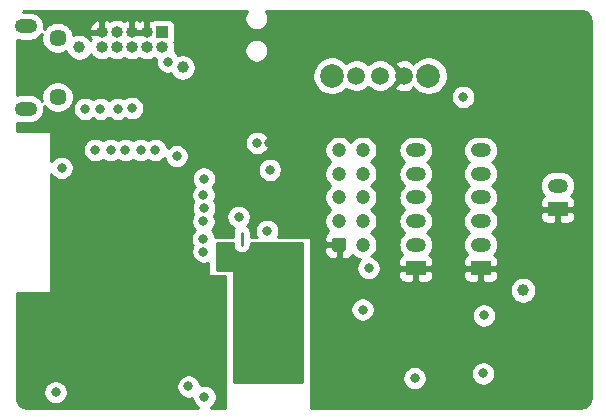
<source format=gbr>
G04 #@! TF.GenerationSoftware,KiCad,Pcbnew,5.1.6-c6e7f7d~86~ubuntu18.04.1*
G04 #@! TF.CreationDate,2020-06-01T21:53:24-04:00*
G04 #@! TF.ProjectId,E73 SCR v2,45373320-5343-4522-9076-322e6b696361,rev?*
G04 #@! TF.SameCoordinates,Original*
G04 #@! TF.FileFunction,Copper,L2,Inr*
G04 #@! TF.FilePolarity,Positive*
%FSLAX46Y46*%
G04 Gerber Fmt 4.6, Leading zero omitted, Abs format (unit mm)*
G04 Created by KiCad (PCBNEW 5.1.6-c6e7f7d~86~ubuntu18.04.1) date 2020-06-01 21:53:24*
%MOMM*%
%LPD*%
G01*
G04 APERTURE LIST*
G04 #@! TA.AperFunction,ViaPad*
%ADD10C,1.200000*%
G04 #@! TD*
G04 #@! TA.AperFunction,ViaPad*
%ADD11C,2.000000*%
G04 #@! TD*
G04 #@! TA.AperFunction,ViaPad*
%ADD12C,1.500000*%
G04 #@! TD*
G04 #@! TA.AperFunction,ViaPad*
%ADD13R,1.700000X1.200000*%
G04 #@! TD*
G04 #@! TA.AperFunction,ViaPad*
%ADD14O,1.700000X1.200000*%
G04 #@! TD*
G04 #@! TA.AperFunction,ViaPad*
%ADD15C,1.450000*%
G04 #@! TD*
G04 #@! TA.AperFunction,ViaPad*
%ADD16O,1.900000X1.200000*%
G04 #@! TD*
G04 #@! TA.AperFunction,ViaPad*
%ADD17R,1.000000X1.000000*%
G04 #@! TD*
G04 #@! TA.AperFunction,ViaPad*
%ADD18O,1.000000X1.000000*%
G04 #@! TD*
G04 #@! TA.AperFunction,ViaPad*
%ADD19C,0.800000*%
G04 #@! TD*
G04 #@! TA.AperFunction,ViaPad*
%ADD20C,1.000000*%
G04 #@! TD*
G04 #@! TA.AperFunction,Conductor*
%ADD21C,0.250000*%
G04 #@! TD*
G04 #@! TA.AperFunction,Conductor*
%ADD22C,0.254000*%
G04 #@! TD*
G04 APERTURE END LIST*
D10*
X80000000Y-102500000D03*
X80000000Y-104500000D03*
X80000000Y-106500000D03*
X80000000Y-108500000D03*
X80000000Y-110500000D03*
X78000000Y-102500000D03*
X78000000Y-104500000D03*
X78000000Y-106500000D03*
X78000000Y-108500000D03*
G04 #@! TA.AperFunction,ViaPad*
G36*
G01*
X78350001Y-111100000D02*
X77649999Y-111100000D01*
G75*
G02*
X77400000Y-110850001I0J249999D01*
G01*
X77400000Y-110149999D01*
G75*
G02*
X77649999Y-109900000I249999J0D01*
G01*
X78350001Y-109900000D01*
G75*
G02*
X78600000Y-110149999I0J-249999D01*
G01*
X78600000Y-110850001D01*
G75*
G02*
X78350001Y-111100000I-249999J0D01*
G01*
G37*
G04 #@! TD.AperFunction*
D11*
X85570500Y-96202500D03*
X77370500Y-96202500D03*
D12*
X79470500Y-96202500D03*
X81470500Y-96202500D03*
X83470500Y-96202500D03*
D13*
X96500000Y-107500000D03*
D14*
X96500000Y-105500000D03*
D13*
X84500000Y-112500000D03*
D14*
X84500000Y-110500000D03*
X84500000Y-108500000D03*
X84500000Y-106500000D03*
X84500000Y-104500000D03*
X84500000Y-102500000D03*
D13*
X90000000Y-112500000D03*
D14*
X90000000Y-110500000D03*
X90000000Y-108500000D03*
X90000000Y-106500000D03*
X90000000Y-104500000D03*
X90000000Y-102500000D03*
D15*
X54166000Y-93000000D03*
X54166000Y-98000000D03*
D16*
X51466000Y-92000000D03*
X51466000Y-99000000D03*
D17*
X63000000Y-92500000D03*
D18*
X63000000Y-93770000D03*
X61730000Y-92500000D03*
X61730000Y-93770000D03*
X60460000Y-92500000D03*
X60460000Y-93770000D03*
X59190000Y-92500000D03*
X59190000Y-93770000D03*
X57920000Y-92500000D03*
X57920000Y-93770000D03*
D19*
X72750000Y-120500000D03*
X71500000Y-120500000D03*
X55500000Y-97000000D03*
X97500000Y-113000000D03*
X95000000Y-116500000D03*
X80500000Y-120729991D03*
X80725010Y-119122774D03*
X69500000Y-105500000D03*
X74442744Y-107814520D03*
X74410145Y-103774990D03*
X75024070Y-106774071D03*
X72073737Y-101875032D03*
X77600000Y-123750000D03*
X77600000Y-122250000D03*
X64400000Y-104400000D03*
X94000000Y-124000000D03*
X92500000Y-124000000D03*
X95500000Y-124000000D03*
X97000000Y-124000000D03*
X98500000Y-124000000D03*
X98500000Y-122500000D03*
X98500000Y-121000000D03*
X98500000Y-102000000D03*
X98500000Y-100500000D03*
X98500000Y-99000000D03*
X98500000Y-94500000D03*
X98500000Y-97500000D03*
X98500000Y-96000000D03*
X98500000Y-93000000D03*
X98500000Y-91500000D03*
X97000000Y-97500000D03*
X97000000Y-96000000D03*
X97000000Y-94500000D03*
X95500000Y-94500000D03*
X95500000Y-97500000D03*
X95500000Y-96000000D03*
X92500000Y-94500000D03*
X92500000Y-97500000D03*
X92500000Y-96000000D03*
X91000000Y-96000000D03*
X91000000Y-97500000D03*
X91000000Y-94500000D03*
X95500000Y-99000000D03*
X95500000Y-102000000D03*
X95500000Y-100500000D03*
X74000000Y-96000000D03*
X75500000Y-96000000D03*
X72500000Y-96000000D03*
X55500000Y-105000000D03*
X57000000Y-105000000D03*
X58500000Y-105000000D03*
X55500000Y-106500000D03*
X57000000Y-106500000D03*
X58500000Y-106500000D03*
X57000000Y-108000000D03*
X55500000Y-108000000D03*
X58500000Y-108000000D03*
X57000000Y-109500000D03*
X55500000Y-109500000D03*
X58500000Y-109500000D03*
X58500000Y-111000000D03*
X55500000Y-111000000D03*
X57000000Y-111000000D03*
X60000000Y-111000000D03*
X63000000Y-111000000D03*
X61500000Y-111000000D03*
X63000000Y-109500000D03*
X61500000Y-109500000D03*
X60000000Y-109500000D03*
X60000000Y-108000000D03*
X63000000Y-108000000D03*
X61500000Y-108000000D03*
X63000000Y-106500000D03*
X61500000Y-106500000D03*
X60000000Y-106500000D03*
X61500000Y-105000000D03*
X63000000Y-105000000D03*
X60000000Y-105000000D03*
X59000000Y-121000000D03*
X59000000Y-122500000D03*
X59000000Y-124000000D03*
X60500000Y-122500000D03*
X60500000Y-124000000D03*
X60500000Y-121000000D03*
X62000000Y-124000000D03*
X62000000Y-122500000D03*
X62000000Y-121000000D03*
X57500000Y-124000000D03*
X57500000Y-119500000D03*
X57500000Y-118000000D03*
X57500000Y-116500000D03*
X59000000Y-119500000D03*
X59000000Y-118000000D03*
X60500000Y-119500000D03*
X54000000Y-123000000D03*
X80000000Y-116000000D03*
X71916495Y-109333505D03*
X72129675Y-104175019D03*
X71073724Y-101875032D03*
D20*
X93569998Y-114350000D03*
X64750000Y-95500000D03*
X56000000Y-93800000D03*
D19*
X90250000Y-116500000D03*
X90200000Y-121400000D03*
X56500000Y-99000000D03*
X57799989Y-99000000D03*
X84400000Y-121800000D03*
X66600000Y-123400000D03*
X54500000Y-104000000D03*
X63500000Y-95000000D03*
X65250000Y-122500000D03*
X80500000Y-112500000D03*
X66507898Y-108539530D03*
X69500000Y-108143534D03*
X66558763Y-107418524D03*
X66515472Y-106297725D03*
X66556186Y-104912866D03*
X64250000Y-103000000D03*
X59905574Y-102492124D03*
X58655574Y-102492124D03*
X57353819Y-102478905D03*
X59250000Y-99000000D03*
X88500000Y-98000000D03*
X60448695Y-98933769D03*
X66500000Y-110000000D03*
X61205764Y-102487577D03*
X66508192Y-111089504D03*
X62455764Y-102487577D03*
D21*
X69750000Y-110500000D02*
X69750000Y-109500000D01*
D22*
G36*
X70097950Y-90856586D02*
G01*
X70021814Y-91040394D01*
X69983000Y-91235524D01*
X69983000Y-91434476D01*
X70021814Y-91629606D01*
X70097950Y-91813414D01*
X70208482Y-91978837D01*
X70349163Y-92119518D01*
X70514586Y-92230050D01*
X70698394Y-92306186D01*
X70893524Y-92345000D01*
X71092476Y-92345000D01*
X71287606Y-92306186D01*
X71471414Y-92230050D01*
X71636837Y-92119518D01*
X71777518Y-91978837D01*
X71888050Y-91813414D01*
X71964186Y-91629606D01*
X72003000Y-91434476D01*
X72003000Y-91235524D01*
X71964186Y-91040394D01*
X71888050Y-90856586D01*
X71790104Y-90710000D01*
X98465271Y-90710000D01*
X98652785Y-90728386D01*
X98799748Y-90772757D01*
X98935297Y-90844829D01*
X99054258Y-90941852D01*
X99152118Y-91060144D01*
X99225132Y-91195181D01*
X99270529Y-91341833D01*
X99290000Y-91527092D01*
X99290001Y-123465261D01*
X99271614Y-123652784D01*
X99227243Y-123799748D01*
X99155171Y-123935297D01*
X99058148Y-124054258D01*
X98939856Y-124152118D01*
X98804819Y-124225132D01*
X98658167Y-124270529D01*
X98472908Y-124290000D01*
X75627000Y-124290000D01*
X75627000Y-121698061D01*
X83365000Y-121698061D01*
X83365000Y-121901939D01*
X83404774Y-122101898D01*
X83482795Y-122290256D01*
X83596063Y-122459774D01*
X83740226Y-122603937D01*
X83909744Y-122717205D01*
X84098102Y-122795226D01*
X84298061Y-122835000D01*
X84501939Y-122835000D01*
X84701898Y-122795226D01*
X84890256Y-122717205D01*
X85059774Y-122603937D01*
X85203937Y-122459774D01*
X85317205Y-122290256D01*
X85395226Y-122101898D01*
X85435000Y-121901939D01*
X85435000Y-121698061D01*
X85395226Y-121498102D01*
X85317205Y-121309744D01*
X85309399Y-121298061D01*
X89165000Y-121298061D01*
X89165000Y-121501939D01*
X89204774Y-121701898D01*
X89282795Y-121890256D01*
X89396063Y-122059774D01*
X89540226Y-122203937D01*
X89709744Y-122317205D01*
X89898102Y-122395226D01*
X90098061Y-122435000D01*
X90301939Y-122435000D01*
X90501898Y-122395226D01*
X90690256Y-122317205D01*
X90859774Y-122203937D01*
X91003937Y-122059774D01*
X91117205Y-121890256D01*
X91195226Y-121701898D01*
X91235000Y-121501939D01*
X91235000Y-121298061D01*
X91195226Y-121098102D01*
X91117205Y-120909744D01*
X91003937Y-120740226D01*
X90859774Y-120596063D01*
X90690256Y-120482795D01*
X90501898Y-120404774D01*
X90301939Y-120365000D01*
X90098061Y-120365000D01*
X89898102Y-120404774D01*
X89709744Y-120482795D01*
X89540226Y-120596063D01*
X89396063Y-120740226D01*
X89282795Y-120909744D01*
X89204774Y-121098102D01*
X89165000Y-121298061D01*
X85309399Y-121298061D01*
X85203937Y-121140226D01*
X85059774Y-120996063D01*
X84890256Y-120882795D01*
X84701898Y-120804774D01*
X84501939Y-120765000D01*
X84298061Y-120765000D01*
X84098102Y-120804774D01*
X83909744Y-120882795D01*
X83740226Y-120996063D01*
X83596063Y-121140226D01*
X83482795Y-121309744D01*
X83404774Y-121498102D01*
X83365000Y-121698061D01*
X75627000Y-121698061D01*
X75627000Y-115898061D01*
X78965000Y-115898061D01*
X78965000Y-116101939D01*
X79004774Y-116301898D01*
X79082795Y-116490256D01*
X79196063Y-116659774D01*
X79340226Y-116803937D01*
X79509744Y-116917205D01*
X79698102Y-116995226D01*
X79898061Y-117035000D01*
X80101939Y-117035000D01*
X80301898Y-116995226D01*
X80490256Y-116917205D01*
X80659774Y-116803937D01*
X80803937Y-116659774D01*
X80917205Y-116490256D01*
X80955393Y-116398061D01*
X89215000Y-116398061D01*
X89215000Y-116601939D01*
X89254774Y-116801898D01*
X89332795Y-116990256D01*
X89446063Y-117159774D01*
X89590226Y-117303937D01*
X89759744Y-117417205D01*
X89948102Y-117495226D01*
X90148061Y-117535000D01*
X90351939Y-117535000D01*
X90551898Y-117495226D01*
X90740256Y-117417205D01*
X90909774Y-117303937D01*
X91053937Y-117159774D01*
X91167205Y-116990256D01*
X91245226Y-116801898D01*
X91285000Y-116601939D01*
X91285000Y-116398061D01*
X91245226Y-116198102D01*
X91167205Y-116009744D01*
X91053937Y-115840226D01*
X90909774Y-115696063D01*
X90740256Y-115582795D01*
X90551898Y-115504774D01*
X90351939Y-115465000D01*
X90148061Y-115465000D01*
X89948102Y-115504774D01*
X89759744Y-115582795D01*
X89590226Y-115696063D01*
X89446063Y-115840226D01*
X89332795Y-116009744D01*
X89254774Y-116198102D01*
X89215000Y-116398061D01*
X80955393Y-116398061D01*
X80995226Y-116301898D01*
X81035000Y-116101939D01*
X81035000Y-115898061D01*
X80995226Y-115698102D01*
X80917205Y-115509744D01*
X80803937Y-115340226D01*
X80659774Y-115196063D01*
X80490256Y-115082795D01*
X80301898Y-115004774D01*
X80101939Y-114965000D01*
X79898061Y-114965000D01*
X79698102Y-115004774D01*
X79509744Y-115082795D01*
X79340226Y-115196063D01*
X79196063Y-115340226D01*
X79082795Y-115509744D01*
X79004774Y-115698102D01*
X78965000Y-115898061D01*
X75627000Y-115898061D01*
X75627000Y-114238212D01*
X92434998Y-114238212D01*
X92434998Y-114461788D01*
X92478615Y-114681067D01*
X92564174Y-114887624D01*
X92688386Y-115073520D01*
X92846478Y-115231612D01*
X93032374Y-115355824D01*
X93238931Y-115441383D01*
X93458210Y-115485000D01*
X93681786Y-115485000D01*
X93901065Y-115441383D01*
X94107622Y-115355824D01*
X94293518Y-115231612D01*
X94451610Y-115073520D01*
X94575822Y-114887624D01*
X94661381Y-114681067D01*
X94704998Y-114461788D01*
X94704998Y-114238212D01*
X94661381Y-114018933D01*
X94575822Y-113812376D01*
X94451610Y-113626480D01*
X94293518Y-113468388D01*
X94107622Y-113344176D01*
X93901065Y-113258617D01*
X93681786Y-113215000D01*
X93458210Y-113215000D01*
X93238931Y-113258617D01*
X93032374Y-113344176D01*
X92846478Y-113468388D01*
X92688386Y-113626480D01*
X92564174Y-113812376D01*
X92478615Y-114018933D01*
X92434998Y-114238212D01*
X75627000Y-114238212D01*
X75627000Y-111100000D01*
X76761928Y-111100000D01*
X76774188Y-111224482D01*
X76810498Y-111344180D01*
X76869463Y-111454494D01*
X76948815Y-111551185D01*
X77045506Y-111630537D01*
X77155820Y-111689502D01*
X77275518Y-111725812D01*
X77400000Y-111738072D01*
X77714250Y-111735000D01*
X77873000Y-111576250D01*
X77873000Y-110627000D01*
X76923750Y-110627000D01*
X76765000Y-110785750D01*
X76761928Y-111100000D01*
X75627000Y-111100000D01*
X75627000Y-110000000D01*
X75624560Y-109975224D01*
X75617333Y-109951399D01*
X75605597Y-109929443D01*
X75589803Y-109910197D01*
X75577378Y-109900000D01*
X76761928Y-109900000D01*
X76765000Y-110214250D01*
X76923750Y-110373000D01*
X77873000Y-110373000D01*
X77873000Y-110353000D01*
X78127000Y-110353000D01*
X78127000Y-110373000D01*
X78147000Y-110373000D01*
X78147000Y-110627000D01*
X78127000Y-110627000D01*
X78127000Y-111576250D01*
X78285750Y-111735000D01*
X78600000Y-111738072D01*
X78724482Y-111725812D01*
X78844180Y-111689502D01*
X78954494Y-111630537D01*
X79051185Y-111551185D01*
X79130537Y-111454494D01*
X79157499Y-111404053D01*
X79212733Y-111459287D01*
X79415008Y-111594443D01*
X79639764Y-111687540D01*
X79814076Y-111722213D01*
X79696063Y-111840226D01*
X79582795Y-112009744D01*
X79504774Y-112198102D01*
X79465000Y-112398061D01*
X79465000Y-112601939D01*
X79504774Y-112801898D01*
X79582795Y-112990256D01*
X79696063Y-113159774D01*
X79840226Y-113303937D01*
X80009744Y-113417205D01*
X80198102Y-113495226D01*
X80398061Y-113535000D01*
X80601939Y-113535000D01*
X80801898Y-113495226D01*
X80990256Y-113417205D01*
X81159774Y-113303937D01*
X81303937Y-113159774D01*
X81343876Y-113100000D01*
X83011928Y-113100000D01*
X83024188Y-113224482D01*
X83060498Y-113344180D01*
X83119463Y-113454494D01*
X83198815Y-113551185D01*
X83295506Y-113630537D01*
X83405820Y-113689502D01*
X83525518Y-113725812D01*
X83650000Y-113738072D01*
X84214250Y-113735000D01*
X84373000Y-113576250D01*
X84373000Y-112627000D01*
X84627000Y-112627000D01*
X84627000Y-113576250D01*
X84785750Y-113735000D01*
X85350000Y-113738072D01*
X85474482Y-113725812D01*
X85594180Y-113689502D01*
X85704494Y-113630537D01*
X85801185Y-113551185D01*
X85880537Y-113454494D01*
X85939502Y-113344180D01*
X85975812Y-113224482D01*
X85988072Y-113100000D01*
X88511928Y-113100000D01*
X88524188Y-113224482D01*
X88560498Y-113344180D01*
X88619463Y-113454494D01*
X88698815Y-113551185D01*
X88795506Y-113630537D01*
X88905820Y-113689502D01*
X89025518Y-113725812D01*
X89150000Y-113738072D01*
X89714250Y-113735000D01*
X89873000Y-113576250D01*
X89873000Y-112627000D01*
X90127000Y-112627000D01*
X90127000Y-113576250D01*
X90285750Y-113735000D01*
X90850000Y-113738072D01*
X90974482Y-113725812D01*
X91094180Y-113689502D01*
X91204494Y-113630537D01*
X91301185Y-113551185D01*
X91380537Y-113454494D01*
X91439502Y-113344180D01*
X91475812Y-113224482D01*
X91488072Y-113100000D01*
X91485000Y-112785750D01*
X91326250Y-112627000D01*
X90127000Y-112627000D01*
X89873000Y-112627000D01*
X88673750Y-112627000D01*
X88515000Y-112785750D01*
X88511928Y-113100000D01*
X85988072Y-113100000D01*
X85985000Y-112785750D01*
X85826250Y-112627000D01*
X84627000Y-112627000D01*
X84373000Y-112627000D01*
X83173750Y-112627000D01*
X83015000Y-112785750D01*
X83011928Y-113100000D01*
X81343876Y-113100000D01*
X81417205Y-112990256D01*
X81495226Y-112801898D01*
X81535000Y-112601939D01*
X81535000Y-112398061D01*
X81495226Y-112198102D01*
X81417205Y-112009744D01*
X81303937Y-111840226D01*
X81159774Y-111696063D01*
X80990256Y-111582795D01*
X80801898Y-111504774D01*
X80738164Y-111492097D01*
X80787267Y-111459287D01*
X80959287Y-111287267D01*
X81094443Y-111084992D01*
X81187540Y-110860236D01*
X81235000Y-110621637D01*
X81235000Y-110378363D01*
X81187540Y-110139764D01*
X81094443Y-109915008D01*
X80959287Y-109712733D01*
X80787267Y-109540713D01*
X80726336Y-109500000D01*
X80787267Y-109459287D01*
X80959287Y-109287267D01*
X81094443Y-109084992D01*
X81187540Y-108860236D01*
X81235000Y-108621637D01*
X81235000Y-108378363D01*
X81187540Y-108139764D01*
X81094443Y-107915008D01*
X80959287Y-107712733D01*
X80787267Y-107540713D01*
X80726336Y-107500000D01*
X80787267Y-107459287D01*
X80959287Y-107287267D01*
X81094443Y-107084992D01*
X81187540Y-106860236D01*
X81235000Y-106621637D01*
X81235000Y-106378363D01*
X81187540Y-106139764D01*
X81094443Y-105915008D01*
X80959287Y-105712733D01*
X80787267Y-105540713D01*
X80726336Y-105500000D01*
X80787267Y-105459287D01*
X80959287Y-105287267D01*
X81094443Y-105084992D01*
X81187540Y-104860236D01*
X81235000Y-104621637D01*
X81235000Y-104378363D01*
X81187540Y-104139764D01*
X81094443Y-103915008D01*
X80959287Y-103712733D01*
X80787267Y-103540713D01*
X80726336Y-103500000D01*
X80787267Y-103459287D01*
X80959287Y-103287267D01*
X81094443Y-103084992D01*
X81187540Y-102860236D01*
X81235000Y-102621637D01*
X81235000Y-102500000D01*
X83009025Y-102500000D01*
X83032870Y-102742102D01*
X83103489Y-102974901D01*
X83218167Y-103189449D01*
X83372498Y-103377502D01*
X83521762Y-103500000D01*
X83372498Y-103622498D01*
X83218167Y-103810551D01*
X83103489Y-104025099D01*
X83032870Y-104257898D01*
X83009025Y-104500000D01*
X83032870Y-104742102D01*
X83103489Y-104974901D01*
X83218167Y-105189449D01*
X83372498Y-105377502D01*
X83521762Y-105500000D01*
X83372498Y-105622498D01*
X83218167Y-105810551D01*
X83103489Y-106025099D01*
X83032870Y-106257898D01*
X83009025Y-106500000D01*
X83032870Y-106742102D01*
X83103489Y-106974901D01*
X83218167Y-107189449D01*
X83372498Y-107377502D01*
X83521762Y-107500000D01*
X83372498Y-107622498D01*
X83218167Y-107810551D01*
X83103489Y-108025099D01*
X83032870Y-108257898D01*
X83009025Y-108500000D01*
X83032870Y-108742102D01*
X83103489Y-108974901D01*
X83218167Y-109189449D01*
X83372498Y-109377502D01*
X83521762Y-109500000D01*
X83372498Y-109622498D01*
X83218167Y-109810551D01*
X83103489Y-110025099D01*
X83032870Y-110257898D01*
X83009025Y-110500000D01*
X83032870Y-110742102D01*
X83103489Y-110974901D01*
X83218167Y-111189449D01*
X83344436Y-111343309D01*
X83295506Y-111369463D01*
X83198815Y-111448815D01*
X83119463Y-111545506D01*
X83060498Y-111655820D01*
X83024188Y-111775518D01*
X83011928Y-111900000D01*
X83015000Y-112214250D01*
X83173750Y-112373000D01*
X84373000Y-112373000D01*
X84373000Y-112353000D01*
X84627000Y-112353000D01*
X84627000Y-112373000D01*
X85826250Y-112373000D01*
X85985000Y-112214250D01*
X85988072Y-111900000D01*
X85975812Y-111775518D01*
X85939502Y-111655820D01*
X85880537Y-111545506D01*
X85801185Y-111448815D01*
X85704494Y-111369463D01*
X85655564Y-111343309D01*
X85781833Y-111189449D01*
X85896511Y-110974901D01*
X85967130Y-110742102D01*
X85990975Y-110500000D01*
X85967130Y-110257898D01*
X85896511Y-110025099D01*
X85781833Y-109810551D01*
X85627502Y-109622498D01*
X85478238Y-109500000D01*
X85627502Y-109377502D01*
X85781833Y-109189449D01*
X85896511Y-108974901D01*
X85967130Y-108742102D01*
X85990975Y-108500000D01*
X85967130Y-108257898D01*
X85896511Y-108025099D01*
X85781833Y-107810551D01*
X85627502Y-107622498D01*
X85478238Y-107500000D01*
X85627502Y-107377502D01*
X85781833Y-107189449D01*
X85896511Y-106974901D01*
X85967130Y-106742102D01*
X85990975Y-106500000D01*
X85967130Y-106257898D01*
X85896511Y-106025099D01*
X85781833Y-105810551D01*
X85627502Y-105622498D01*
X85478238Y-105500000D01*
X85627502Y-105377502D01*
X85781833Y-105189449D01*
X85896511Y-104974901D01*
X85967130Y-104742102D01*
X85990975Y-104500000D01*
X85967130Y-104257898D01*
X85896511Y-104025099D01*
X85781833Y-103810551D01*
X85627502Y-103622498D01*
X85478238Y-103500000D01*
X85627502Y-103377502D01*
X85781833Y-103189449D01*
X85896511Y-102974901D01*
X85967130Y-102742102D01*
X85990975Y-102500000D01*
X88509025Y-102500000D01*
X88532870Y-102742102D01*
X88603489Y-102974901D01*
X88718167Y-103189449D01*
X88872498Y-103377502D01*
X89021762Y-103500000D01*
X88872498Y-103622498D01*
X88718167Y-103810551D01*
X88603489Y-104025099D01*
X88532870Y-104257898D01*
X88509025Y-104500000D01*
X88532870Y-104742102D01*
X88603489Y-104974901D01*
X88718167Y-105189449D01*
X88872498Y-105377502D01*
X89021762Y-105500000D01*
X88872498Y-105622498D01*
X88718167Y-105810551D01*
X88603489Y-106025099D01*
X88532870Y-106257898D01*
X88509025Y-106500000D01*
X88532870Y-106742102D01*
X88603489Y-106974901D01*
X88718167Y-107189449D01*
X88872498Y-107377502D01*
X89021762Y-107500000D01*
X88872498Y-107622498D01*
X88718167Y-107810551D01*
X88603489Y-108025099D01*
X88532870Y-108257898D01*
X88509025Y-108500000D01*
X88532870Y-108742102D01*
X88603489Y-108974901D01*
X88718167Y-109189449D01*
X88872498Y-109377502D01*
X89021762Y-109500000D01*
X88872498Y-109622498D01*
X88718167Y-109810551D01*
X88603489Y-110025099D01*
X88532870Y-110257898D01*
X88509025Y-110500000D01*
X88532870Y-110742102D01*
X88603489Y-110974901D01*
X88718167Y-111189449D01*
X88844436Y-111343309D01*
X88795506Y-111369463D01*
X88698815Y-111448815D01*
X88619463Y-111545506D01*
X88560498Y-111655820D01*
X88524188Y-111775518D01*
X88511928Y-111900000D01*
X88515000Y-112214250D01*
X88673750Y-112373000D01*
X89873000Y-112373000D01*
X89873000Y-112353000D01*
X90127000Y-112353000D01*
X90127000Y-112373000D01*
X91326250Y-112373000D01*
X91485000Y-112214250D01*
X91488072Y-111900000D01*
X91475812Y-111775518D01*
X91439502Y-111655820D01*
X91380537Y-111545506D01*
X91301185Y-111448815D01*
X91204494Y-111369463D01*
X91155564Y-111343309D01*
X91281833Y-111189449D01*
X91396511Y-110974901D01*
X91467130Y-110742102D01*
X91490975Y-110500000D01*
X91467130Y-110257898D01*
X91396511Y-110025099D01*
X91281833Y-109810551D01*
X91127502Y-109622498D01*
X90978238Y-109500000D01*
X91127502Y-109377502D01*
X91281833Y-109189449D01*
X91396511Y-108974901D01*
X91467130Y-108742102D01*
X91490975Y-108500000D01*
X91467130Y-108257898D01*
X91419233Y-108100000D01*
X95011928Y-108100000D01*
X95024188Y-108224482D01*
X95060498Y-108344180D01*
X95119463Y-108454494D01*
X95198815Y-108551185D01*
X95295506Y-108630537D01*
X95405820Y-108689502D01*
X95525518Y-108725812D01*
X95650000Y-108738072D01*
X96214250Y-108735000D01*
X96373000Y-108576250D01*
X96373000Y-107627000D01*
X96627000Y-107627000D01*
X96627000Y-108576250D01*
X96785750Y-108735000D01*
X97350000Y-108738072D01*
X97474482Y-108725812D01*
X97594180Y-108689502D01*
X97704494Y-108630537D01*
X97801185Y-108551185D01*
X97880537Y-108454494D01*
X97939502Y-108344180D01*
X97975812Y-108224482D01*
X97988072Y-108100000D01*
X97985000Y-107785750D01*
X97826250Y-107627000D01*
X96627000Y-107627000D01*
X96373000Y-107627000D01*
X95173750Y-107627000D01*
X95015000Y-107785750D01*
X95011928Y-108100000D01*
X91419233Y-108100000D01*
X91396511Y-108025099D01*
X91281833Y-107810551D01*
X91127502Y-107622498D01*
X90978238Y-107500000D01*
X91127502Y-107377502D01*
X91281833Y-107189449D01*
X91396511Y-106974901D01*
X91467130Y-106742102D01*
X91490975Y-106500000D01*
X91467130Y-106257898D01*
X91396511Y-106025099D01*
X91281833Y-105810551D01*
X91127502Y-105622498D01*
X90978238Y-105500000D01*
X95009025Y-105500000D01*
X95032870Y-105742102D01*
X95103489Y-105974901D01*
X95218167Y-106189449D01*
X95344436Y-106343309D01*
X95295506Y-106369463D01*
X95198815Y-106448815D01*
X95119463Y-106545506D01*
X95060498Y-106655820D01*
X95024188Y-106775518D01*
X95011928Y-106900000D01*
X95015000Y-107214250D01*
X95173750Y-107373000D01*
X96373000Y-107373000D01*
X96373000Y-107353000D01*
X96627000Y-107353000D01*
X96627000Y-107373000D01*
X97826250Y-107373000D01*
X97985000Y-107214250D01*
X97988072Y-106900000D01*
X97975812Y-106775518D01*
X97939502Y-106655820D01*
X97880537Y-106545506D01*
X97801185Y-106448815D01*
X97704494Y-106369463D01*
X97655564Y-106343309D01*
X97781833Y-106189449D01*
X97896511Y-105974901D01*
X97967130Y-105742102D01*
X97990975Y-105500000D01*
X97967130Y-105257898D01*
X97896511Y-105025099D01*
X97781833Y-104810551D01*
X97627502Y-104622498D01*
X97439449Y-104468167D01*
X97224901Y-104353489D01*
X96992102Y-104282870D01*
X96810665Y-104265000D01*
X96189335Y-104265000D01*
X96007898Y-104282870D01*
X95775099Y-104353489D01*
X95560551Y-104468167D01*
X95372498Y-104622498D01*
X95218167Y-104810551D01*
X95103489Y-105025099D01*
X95032870Y-105257898D01*
X95009025Y-105500000D01*
X90978238Y-105500000D01*
X91127502Y-105377502D01*
X91281833Y-105189449D01*
X91396511Y-104974901D01*
X91467130Y-104742102D01*
X91490975Y-104500000D01*
X91467130Y-104257898D01*
X91396511Y-104025099D01*
X91281833Y-103810551D01*
X91127502Y-103622498D01*
X90978238Y-103500000D01*
X91127502Y-103377502D01*
X91281833Y-103189449D01*
X91396511Y-102974901D01*
X91467130Y-102742102D01*
X91490975Y-102500000D01*
X91467130Y-102257898D01*
X91396511Y-102025099D01*
X91281833Y-101810551D01*
X91127502Y-101622498D01*
X90939449Y-101468167D01*
X90724901Y-101353489D01*
X90492102Y-101282870D01*
X90310665Y-101265000D01*
X89689335Y-101265000D01*
X89507898Y-101282870D01*
X89275099Y-101353489D01*
X89060551Y-101468167D01*
X88872498Y-101622498D01*
X88718167Y-101810551D01*
X88603489Y-102025099D01*
X88532870Y-102257898D01*
X88509025Y-102500000D01*
X85990975Y-102500000D01*
X85967130Y-102257898D01*
X85896511Y-102025099D01*
X85781833Y-101810551D01*
X85627502Y-101622498D01*
X85439449Y-101468167D01*
X85224901Y-101353489D01*
X84992102Y-101282870D01*
X84810665Y-101265000D01*
X84189335Y-101265000D01*
X84007898Y-101282870D01*
X83775099Y-101353489D01*
X83560551Y-101468167D01*
X83372498Y-101622498D01*
X83218167Y-101810551D01*
X83103489Y-102025099D01*
X83032870Y-102257898D01*
X83009025Y-102500000D01*
X81235000Y-102500000D01*
X81235000Y-102378363D01*
X81187540Y-102139764D01*
X81094443Y-101915008D01*
X80959287Y-101712733D01*
X80787267Y-101540713D01*
X80584992Y-101405557D01*
X80360236Y-101312460D01*
X80121637Y-101265000D01*
X79878363Y-101265000D01*
X79639764Y-101312460D01*
X79415008Y-101405557D01*
X79212733Y-101540713D01*
X79040713Y-101712733D01*
X79000000Y-101773664D01*
X78959287Y-101712733D01*
X78787267Y-101540713D01*
X78584992Y-101405557D01*
X78360236Y-101312460D01*
X78121637Y-101265000D01*
X77878363Y-101265000D01*
X77639764Y-101312460D01*
X77415008Y-101405557D01*
X77212733Y-101540713D01*
X77040713Y-101712733D01*
X76905557Y-101915008D01*
X76812460Y-102139764D01*
X76765000Y-102378363D01*
X76765000Y-102621637D01*
X76812460Y-102860236D01*
X76905557Y-103084992D01*
X77040713Y-103287267D01*
X77212733Y-103459287D01*
X77273664Y-103500000D01*
X77212733Y-103540713D01*
X77040713Y-103712733D01*
X76905557Y-103915008D01*
X76812460Y-104139764D01*
X76765000Y-104378363D01*
X76765000Y-104621637D01*
X76812460Y-104860236D01*
X76905557Y-105084992D01*
X77040713Y-105287267D01*
X77212733Y-105459287D01*
X77273664Y-105500000D01*
X77212733Y-105540713D01*
X77040713Y-105712733D01*
X76905557Y-105915008D01*
X76812460Y-106139764D01*
X76765000Y-106378363D01*
X76765000Y-106621637D01*
X76812460Y-106860236D01*
X76905557Y-107084992D01*
X77040713Y-107287267D01*
X77212733Y-107459287D01*
X77273664Y-107500000D01*
X77212733Y-107540713D01*
X77040713Y-107712733D01*
X76905557Y-107915008D01*
X76812460Y-108139764D01*
X76765000Y-108378363D01*
X76765000Y-108621637D01*
X76812460Y-108860236D01*
X76905557Y-109084992D01*
X77040713Y-109287267D01*
X77095947Y-109342501D01*
X77045506Y-109369463D01*
X76948815Y-109448815D01*
X76869463Y-109545506D01*
X76810498Y-109655820D01*
X76774188Y-109775518D01*
X76761928Y-109900000D01*
X75577378Y-109900000D01*
X75570557Y-109894403D01*
X75548601Y-109882667D01*
X75524776Y-109875440D01*
X75500000Y-109873000D01*
X72800800Y-109873000D01*
X72833700Y-109823761D01*
X72911721Y-109635403D01*
X72951495Y-109435444D01*
X72951495Y-109231566D01*
X72911721Y-109031607D01*
X72833700Y-108843249D01*
X72720432Y-108673731D01*
X72576269Y-108529568D01*
X72406751Y-108416300D01*
X72218393Y-108338279D01*
X72018434Y-108298505D01*
X71814556Y-108298505D01*
X71614597Y-108338279D01*
X71426239Y-108416300D01*
X71256721Y-108529568D01*
X71112558Y-108673731D01*
X70999290Y-108843249D01*
X70921269Y-109031607D01*
X70881495Y-109231566D01*
X70881495Y-109435444D01*
X70921269Y-109635403D01*
X70999290Y-109823761D01*
X71032190Y-109873000D01*
X70510000Y-109873000D01*
X70510000Y-109462667D01*
X70499003Y-109351014D01*
X70455546Y-109207753D01*
X70384974Y-109075724D01*
X70290001Y-108959999D01*
X70211593Y-108895652D01*
X70303937Y-108803308D01*
X70417205Y-108633790D01*
X70495226Y-108445432D01*
X70535000Y-108245473D01*
X70535000Y-108041595D01*
X70495226Y-107841636D01*
X70417205Y-107653278D01*
X70303937Y-107483760D01*
X70159774Y-107339597D01*
X69990256Y-107226329D01*
X69801898Y-107148308D01*
X69601939Y-107108534D01*
X69398061Y-107108534D01*
X69198102Y-107148308D01*
X69009744Y-107226329D01*
X68840226Y-107339597D01*
X68696063Y-107483760D01*
X68582795Y-107653278D01*
X68504774Y-107841636D01*
X68465000Y-108041595D01*
X68465000Y-108245473D01*
X68504774Y-108445432D01*
X68582795Y-108633790D01*
X68696063Y-108803308D01*
X68840226Y-108947471D01*
X69009744Y-109060739D01*
X69102500Y-109099160D01*
X69044455Y-109207753D01*
X69000998Y-109351014D01*
X68990001Y-109462667D01*
X68990001Y-109873000D01*
X67530015Y-109873000D01*
X67495226Y-109698102D01*
X67417205Y-109509744D01*
X67303937Y-109340226D01*
X67237425Y-109273714D01*
X67311835Y-109199304D01*
X67425103Y-109029786D01*
X67503124Y-108841428D01*
X67542898Y-108641469D01*
X67542898Y-108437591D01*
X67503124Y-108237632D01*
X67425103Y-108049274D01*
X67403598Y-108017090D01*
X67475968Y-107908780D01*
X67553989Y-107720422D01*
X67593763Y-107520463D01*
X67593763Y-107316585D01*
X67553989Y-107116626D01*
X67475968Y-106928268D01*
X67407454Y-106825730D01*
X67432677Y-106787981D01*
X67510698Y-106599623D01*
X67550472Y-106399664D01*
X67550472Y-106195786D01*
X67510698Y-105995827D01*
X67432677Y-105807469D01*
X67319409Y-105637951D01*
X67307111Y-105625653D01*
X67360123Y-105572640D01*
X67473391Y-105403122D01*
X67551412Y-105214764D01*
X67591186Y-105014805D01*
X67591186Y-104810927D01*
X67551412Y-104610968D01*
X67473391Y-104422610D01*
X67360123Y-104253092D01*
X67215960Y-104108929D01*
X67162309Y-104073080D01*
X71094675Y-104073080D01*
X71094675Y-104276958D01*
X71134449Y-104476917D01*
X71212470Y-104665275D01*
X71325738Y-104834793D01*
X71469901Y-104978956D01*
X71639419Y-105092224D01*
X71827777Y-105170245D01*
X72027736Y-105210019D01*
X72231614Y-105210019D01*
X72431573Y-105170245D01*
X72619931Y-105092224D01*
X72789449Y-104978956D01*
X72933612Y-104834793D01*
X73046880Y-104665275D01*
X73124901Y-104476917D01*
X73164675Y-104276958D01*
X73164675Y-104073080D01*
X73124901Y-103873121D01*
X73046880Y-103684763D01*
X72933612Y-103515245D01*
X72789449Y-103371082D01*
X72619931Y-103257814D01*
X72431573Y-103179793D01*
X72231614Y-103140019D01*
X72027736Y-103140019D01*
X71827777Y-103179793D01*
X71639419Y-103257814D01*
X71469901Y-103371082D01*
X71325738Y-103515245D01*
X71212470Y-103684763D01*
X71134449Y-103873121D01*
X71094675Y-104073080D01*
X67162309Y-104073080D01*
X67046442Y-103995661D01*
X66858084Y-103917640D01*
X66658125Y-103877866D01*
X66454247Y-103877866D01*
X66254288Y-103917640D01*
X66065930Y-103995661D01*
X65896412Y-104108929D01*
X65752249Y-104253092D01*
X65638981Y-104422610D01*
X65560960Y-104610968D01*
X65521186Y-104810927D01*
X65521186Y-105014805D01*
X65560960Y-105214764D01*
X65638981Y-105403122D01*
X65752249Y-105572640D01*
X65764548Y-105584939D01*
X65711535Y-105637951D01*
X65598267Y-105807469D01*
X65520246Y-105995827D01*
X65480472Y-106195786D01*
X65480472Y-106399664D01*
X65520246Y-106599623D01*
X65598267Y-106787981D01*
X65666781Y-106890519D01*
X65641558Y-106928268D01*
X65563537Y-107116626D01*
X65523763Y-107316585D01*
X65523763Y-107520463D01*
X65563537Y-107720422D01*
X65641558Y-107908780D01*
X65663063Y-107940964D01*
X65590693Y-108049274D01*
X65512672Y-108237632D01*
X65472898Y-108437591D01*
X65472898Y-108641469D01*
X65512672Y-108841428D01*
X65590693Y-109029786D01*
X65703961Y-109199304D01*
X65770473Y-109265816D01*
X65696063Y-109340226D01*
X65582795Y-109509744D01*
X65504774Y-109698102D01*
X65465000Y-109898061D01*
X65465000Y-110101939D01*
X65504774Y-110301898D01*
X65582795Y-110490256D01*
X65623304Y-110550882D01*
X65590987Y-110599248D01*
X65512966Y-110787606D01*
X65473192Y-110987565D01*
X65473192Y-111191443D01*
X65512966Y-111391402D01*
X65590987Y-111579760D01*
X65704255Y-111749278D01*
X65848418Y-111893441D01*
X66017936Y-112006709D01*
X66206294Y-112084730D01*
X66406253Y-112124504D01*
X66610131Y-112124504D01*
X66810090Y-112084730D01*
X66873000Y-112058672D01*
X66873000Y-113000000D01*
X66875440Y-113024776D01*
X66882667Y-113048601D01*
X66894403Y-113070557D01*
X66910197Y-113089803D01*
X66929443Y-113105597D01*
X66951399Y-113117333D01*
X66975224Y-113124560D01*
X67000000Y-113127000D01*
X68373000Y-113127000D01*
X68373000Y-124290000D01*
X67130971Y-124290000D01*
X67259774Y-124203937D01*
X67403937Y-124059774D01*
X67517205Y-123890256D01*
X67595226Y-123701898D01*
X67635000Y-123501939D01*
X67635000Y-123298061D01*
X67595226Y-123098102D01*
X67517205Y-122909744D01*
X67403937Y-122740226D01*
X67259774Y-122596063D01*
X67090256Y-122482795D01*
X66901898Y-122404774D01*
X66701939Y-122365000D01*
X66498061Y-122365000D01*
X66298102Y-122404774D01*
X66285000Y-122410201D01*
X66285000Y-122398061D01*
X66245226Y-122198102D01*
X66167205Y-122009744D01*
X66053937Y-121840226D01*
X65909774Y-121696063D01*
X65740256Y-121582795D01*
X65551898Y-121504774D01*
X65351939Y-121465000D01*
X65148061Y-121465000D01*
X64948102Y-121504774D01*
X64759744Y-121582795D01*
X64590226Y-121696063D01*
X64446063Y-121840226D01*
X64332795Y-122009744D01*
X64254774Y-122198102D01*
X64215000Y-122398061D01*
X64215000Y-122601939D01*
X64254774Y-122801898D01*
X64332795Y-122990256D01*
X64446063Y-123159774D01*
X64590226Y-123303937D01*
X64759744Y-123417205D01*
X64948102Y-123495226D01*
X65148061Y-123535000D01*
X65351939Y-123535000D01*
X65551898Y-123495226D01*
X65565000Y-123489799D01*
X65565000Y-123501939D01*
X65604774Y-123701898D01*
X65682795Y-123890256D01*
X65796063Y-124059774D01*
X65940226Y-124203937D01*
X66069029Y-124290000D01*
X51534729Y-124290000D01*
X51347216Y-124271614D01*
X51200252Y-124227243D01*
X51064703Y-124155171D01*
X50945742Y-124058148D01*
X50847882Y-123939856D01*
X50774868Y-123804819D01*
X50729471Y-123658167D01*
X50710000Y-123472908D01*
X50710000Y-122898061D01*
X52965000Y-122898061D01*
X52965000Y-123101939D01*
X53004774Y-123301898D01*
X53082795Y-123490256D01*
X53196063Y-123659774D01*
X53340226Y-123803937D01*
X53509744Y-123917205D01*
X53698102Y-123995226D01*
X53898061Y-124035000D01*
X54101939Y-124035000D01*
X54301898Y-123995226D01*
X54490256Y-123917205D01*
X54659774Y-123803937D01*
X54803937Y-123659774D01*
X54917205Y-123490256D01*
X54995226Y-123301898D01*
X55035000Y-123101939D01*
X55035000Y-122898061D01*
X54995226Y-122698102D01*
X54917205Y-122509744D01*
X54803937Y-122340226D01*
X54659774Y-122196063D01*
X54490256Y-122082795D01*
X54301898Y-122004774D01*
X54101939Y-121965000D01*
X53898061Y-121965000D01*
X53698102Y-122004774D01*
X53509744Y-122082795D01*
X53340226Y-122196063D01*
X53196063Y-122340226D01*
X53082795Y-122509744D01*
X53004774Y-122698102D01*
X52965000Y-122898061D01*
X50710000Y-122898061D01*
X50710000Y-114627000D01*
X53500000Y-114627000D01*
X53524776Y-114624560D01*
X53548601Y-114617333D01*
X53570557Y-114605597D01*
X53589803Y-114589803D01*
X53605597Y-114570557D01*
X53617333Y-114548601D01*
X53624560Y-114524776D01*
X53627000Y-114500000D01*
X53627000Y-104556414D01*
X53696063Y-104659774D01*
X53840226Y-104803937D01*
X54009744Y-104917205D01*
X54198102Y-104995226D01*
X54398061Y-105035000D01*
X54601939Y-105035000D01*
X54801898Y-104995226D01*
X54990256Y-104917205D01*
X55159774Y-104803937D01*
X55303937Y-104659774D01*
X55417205Y-104490256D01*
X55495226Y-104301898D01*
X55535000Y-104101939D01*
X55535000Y-103898061D01*
X55495226Y-103698102D01*
X55417205Y-103509744D01*
X55303937Y-103340226D01*
X55159774Y-103196063D01*
X54990256Y-103082795D01*
X54801898Y-103004774D01*
X54601939Y-102965000D01*
X54398061Y-102965000D01*
X54198102Y-103004774D01*
X54009744Y-103082795D01*
X53840226Y-103196063D01*
X53696063Y-103340226D01*
X53627000Y-103443586D01*
X53627000Y-102376966D01*
X56318819Y-102376966D01*
X56318819Y-102580844D01*
X56358593Y-102780803D01*
X56436614Y-102969161D01*
X56549882Y-103138679D01*
X56694045Y-103282842D01*
X56863563Y-103396110D01*
X57051921Y-103474131D01*
X57251880Y-103513905D01*
X57455758Y-103513905D01*
X57655717Y-103474131D01*
X57844075Y-103396110D01*
X57995003Y-103295264D01*
X57995800Y-103296061D01*
X58165318Y-103409329D01*
X58353676Y-103487350D01*
X58553635Y-103527124D01*
X58757513Y-103527124D01*
X58957472Y-103487350D01*
X59145830Y-103409329D01*
X59280574Y-103319296D01*
X59415318Y-103409329D01*
X59603676Y-103487350D01*
X59803635Y-103527124D01*
X60007513Y-103527124D01*
X60207472Y-103487350D01*
X60395830Y-103409329D01*
X60559072Y-103300255D01*
X60715508Y-103404782D01*
X60903866Y-103482803D01*
X61103825Y-103522577D01*
X61307703Y-103522577D01*
X61507662Y-103482803D01*
X61696020Y-103404782D01*
X61830764Y-103314749D01*
X61965508Y-103404782D01*
X62153866Y-103482803D01*
X62353825Y-103522577D01*
X62557703Y-103522577D01*
X62757662Y-103482803D01*
X62946020Y-103404782D01*
X63115538Y-103291514D01*
X63229951Y-103177101D01*
X63254774Y-103301898D01*
X63332795Y-103490256D01*
X63446063Y-103659774D01*
X63590226Y-103803937D01*
X63759744Y-103917205D01*
X63948102Y-103995226D01*
X64148061Y-104035000D01*
X64351939Y-104035000D01*
X64551898Y-103995226D01*
X64740256Y-103917205D01*
X64909774Y-103803937D01*
X65053937Y-103659774D01*
X65167205Y-103490256D01*
X65245226Y-103301898D01*
X65285000Y-103101939D01*
X65285000Y-102898061D01*
X65245226Y-102698102D01*
X65167205Y-102509744D01*
X65053937Y-102340226D01*
X64909774Y-102196063D01*
X64740256Y-102082795D01*
X64551898Y-102004774D01*
X64351939Y-101965000D01*
X64148061Y-101965000D01*
X63948102Y-102004774D01*
X63759744Y-102082795D01*
X63590226Y-102196063D01*
X63475813Y-102310476D01*
X63450990Y-102185679D01*
X63372969Y-101997321D01*
X63259701Y-101827803D01*
X63204991Y-101773093D01*
X70038724Y-101773093D01*
X70038724Y-101976971D01*
X70078498Y-102176930D01*
X70156519Y-102365288D01*
X70269787Y-102534806D01*
X70413950Y-102678969D01*
X70583468Y-102792237D01*
X70771826Y-102870258D01*
X70971785Y-102910032D01*
X71175663Y-102910032D01*
X71375622Y-102870258D01*
X71563980Y-102792237D01*
X71733498Y-102678969D01*
X71877661Y-102534806D01*
X71990929Y-102365288D01*
X72068950Y-102176930D01*
X72108724Y-101976971D01*
X72108724Y-101773093D01*
X72068950Y-101573134D01*
X71990929Y-101384776D01*
X71877661Y-101215258D01*
X71733498Y-101071095D01*
X71563980Y-100957827D01*
X71375622Y-100879806D01*
X71175663Y-100840032D01*
X70971785Y-100840032D01*
X70771826Y-100879806D01*
X70583468Y-100957827D01*
X70413950Y-101071095D01*
X70269787Y-101215258D01*
X70156519Y-101384776D01*
X70078498Y-101573134D01*
X70038724Y-101773093D01*
X63204991Y-101773093D01*
X63115538Y-101683640D01*
X62946020Y-101570372D01*
X62757662Y-101492351D01*
X62557703Y-101452577D01*
X62353825Y-101452577D01*
X62153866Y-101492351D01*
X61965508Y-101570372D01*
X61830764Y-101660405D01*
X61696020Y-101570372D01*
X61507662Y-101492351D01*
X61307703Y-101452577D01*
X61103825Y-101452577D01*
X60903866Y-101492351D01*
X60715508Y-101570372D01*
X60552266Y-101679446D01*
X60395830Y-101574919D01*
X60207472Y-101496898D01*
X60007513Y-101457124D01*
X59803635Y-101457124D01*
X59603676Y-101496898D01*
X59415318Y-101574919D01*
X59280574Y-101664952D01*
X59145830Y-101574919D01*
X58957472Y-101496898D01*
X58757513Y-101457124D01*
X58553635Y-101457124D01*
X58353676Y-101496898D01*
X58165318Y-101574919D01*
X58014390Y-101675765D01*
X58013593Y-101674968D01*
X57844075Y-101561700D01*
X57655717Y-101483679D01*
X57455758Y-101443905D01*
X57251880Y-101443905D01*
X57051921Y-101483679D01*
X56863563Y-101561700D01*
X56694045Y-101674968D01*
X56549882Y-101819131D01*
X56436614Y-101988649D01*
X56358593Y-102177007D01*
X56318819Y-102376966D01*
X53627000Y-102376966D01*
X53627000Y-101000000D01*
X53624560Y-100975224D01*
X53617333Y-100951399D01*
X53605597Y-100929443D01*
X53589803Y-100910197D01*
X53570557Y-100894403D01*
X53548601Y-100882667D01*
X53524776Y-100875440D01*
X53500000Y-100873000D01*
X50710000Y-100873000D01*
X50710000Y-100167412D01*
X50873898Y-100217130D01*
X51055335Y-100235000D01*
X51876665Y-100235000D01*
X52058102Y-100217130D01*
X52290901Y-100146511D01*
X52505449Y-100031833D01*
X52693502Y-99877502D01*
X52847833Y-99689449D01*
X52962511Y-99474901D01*
X53033130Y-99242102D01*
X53056975Y-99000000D01*
X53033130Y-98757898D01*
X53030117Y-98747965D01*
X53109619Y-98866949D01*
X53299051Y-99056381D01*
X53521799Y-99205216D01*
X53769303Y-99307736D01*
X54032052Y-99360000D01*
X54299948Y-99360000D01*
X54562697Y-99307736D01*
X54810201Y-99205216D01*
X55032949Y-99056381D01*
X55191269Y-98898061D01*
X55465000Y-98898061D01*
X55465000Y-99101939D01*
X55504774Y-99301898D01*
X55582795Y-99490256D01*
X55696063Y-99659774D01*
X55840226Y-99803937D01*
X56009744Y-99917205D01*
X56198102Y-99995226D01*
X56398061Y-100035000D01*
X56601939Y-100035000D01*
X56801898Y-99995226D01*
X56990256Y-99917205D01*
X57149995Y-99810471D01*
X57309733Y-99917205D01*
X57498091Y-99995226D01*
X57698050Y-100035000D01*
X57901928Y-100035000D01*
X58101887Y-99995226D01*
X58290245Y-99917205D01*
X58459763Y-99803937D01*
X58524995Y-99738706D01*
X58590226Y-99803937D01*
X58759744Y-99917205D01*
X58948102Y-99995226D01*
X59148061Y-100035000D01*
X59351939Y-100035000D01*
X59551898Y-99995226D01*
X59740256Y-99917205D01*
X59898908Y-99811197D01*
X59958439Y-99850974D01*
X60146797Y-99928995D01*
X60346756Y-99968769D01*
X60550634Y-99968769D01*
X60750593Y-99928995D01*
X60938951Y-99850974D01*
X61108469Y-99737706D01*
X61252632Y-99593543D01*
X61365900Y-99424025D01*
X61443921Y-99235667D01*
X61483695Y-99035708D01*
X61483695Y-98831830D01*
X61443921Y-98631871D01*
X61365900Y-98443513D01*
X61252632Y-98273995D01*
X61108469Y-98129832D01*
X60938951Y-98016564D01*
X60750593Y-97938543D01*
X60550634Y-97898769D01*
X60346756Y-97898769D01*
X60146797Y-97938543D01*
X59958439Y-98016564D01*
X59799787Y-98122572D01*
X59740256Y-98082795D01*
X59551898Y-98004774D01*
X59351939Y-97965000D01*
X59148061Y-97965000D01*
X58948102Y-98004774D01*
X58759744Y-98082795D01*
X58590226Y-98196063D01*
X58524995Y-98261295D01*
X58459763Y-98196063D01*
X58290245Y-98082795D01*
X58101887Y-98004774D01*
X57901928Y-97965000D01*
X57698050Y-97965000D01*
X57498091Y-98004774D01*
X57309733Y-98082795D01*
X57149995Y-98189529D01*
X56990256Y-98082795D01*
X56801898Y-98004774D01*
X56601939Y-97965000D01*
X56398061Y-97965000D01*
X56198102Y-98004774D01*
X56009744Y-98082795D01*
X55840226Y-98196063D01*
X55696063Y-98340226D01*
X55582795Y-98509744D01*
X55504774Y-98698102D01*
X55465000Y-98898061D01*
X55191269Y-98898061D01*
X55222381Y-98866949D01*
X55371216Y-98644201D01*
X55473736Y-98396697D01*
X55526000Y-98133948D01*
X55526000Y-97898061D01*
X87465000Y-97898061D01*
X87465000Y-98101939D01*
X87504774Y-98301898D01*
X87582795Y-98490256D01*
X87696063Y-98659774D01*
X87840226Y-98803937D01*
X88009744Y-98917205D01*
X88198102Y-98995226D01*
X88398061Y-99035000D01*
X88601939Y-99035000D01*
X88801898Y-98995226D01*
X88990256Y-98917205D01*
X89159774Y-98803937D01*
X89303937Y-98659774D01*
X89417205Y-98490256D01*
X89495226Y-98301898D01*
X89535000Y-98101939D01*
X89535000Y-97898061D01*
X89495226Y-97698102D01*
X89417205Y-97509744D01*
X89303937Y-97340226D01*
X89159774Y-97196063D01*
X88990256Y-97082795D01*
X88801898Y-97004774D01*
X88601939Y-96965000D01*
X88398061Y-96965000D01*
X88198102Y-97004774D01*
X88009744Y-97082795D01*
X87840226Y-97196063D01*
X87696063Y-97340226D01*
X87582795Y-97509744D01*
X87504774Y-97698102D01*
X87465000Y-97898061D01*
X55526000Y-97898061D01*
X55526000Y-97866052D01*
X55473736Y-97603303D01*
X55371216Y-97355799D01*
X55222381Y-97133051D01*
X55032949Y-96943619D01*
X54810201Y-96794784D01*
X54562697Y-96692264D01*
X54299948Y-96640000D01*
X54032052Y-96640000D01*
X53769303Y-96692264D01*
X53521799Y-96794784D01*
X53299051Y-96943619D01*
X53109619Y-97133051D01*
X52960784Y-97355799D01*
X52858264Y-97603303D01*
X52806000Y-97866052D01*
X52806000Y-98133948D01*
X52838984Y-98299768D01*
X52693502Y-98122498D01*
X52505449Y-97968167D01*
X52290901Y-97853489D01*
X52058102Y-97782870D01*
X51876665Y-97765000D01*
X51055335Y-97765000D01*
X50873898Y-97782870D01*
X50710000Y-97832588D01*
X50710000Y-93167412D01*
X50873898Y-93217130D01*
X51055335Y-93235000D01*
X51876665Y-93235000D01*
X52058102Y-93217130D01*
X52290901Y-93146511D01*
X52505449Y-93031833D01*
X52693502Y-92877502D01*
X52838984Y-92700232D01*
X52806000Y-92866052D01*
X52806000Y-93133948D01*
X52858264Y-93396697D01*
X52960784Y-93644201D01*
X53109619Y-93866949D01*
X53299051Y-94056381D01*
X53521799Y-94205216D01*
X53769303Y-94307736D01*
X54032052Y-94360000D01*
X54299948Y-94360000D01*
X54562697Y-94307736D01*
X54810201Y-94205216D01*
X54911339Y-94137638D01*
X54994176Y-94337624D01*
X55118388Y-94523520D01*
X55276480Y-94681612D01*
X55462376Y-94805824D01*
X55668933Y-94891383D01*
X55888212Y-94935000D01*
X56111788Y-94935000D01*
X56331067Y-94891383D01*
X56537624Y-94805824D01*
X56723520Y-94681612D01*
X56881612Y-94523520D01*
X56970023Y-94391204D01*
X57038388Y-94493520D01*
X57196480Y-94651612D01*
X57382376Y-94775824D01*
X57588933Y-94861383D01*
X57808212Y-94905000D01*
X58031788Y-94905000D01*
X58251067Y-94861383D01*
X58457624Y-94775824D01*
X58555000Y-94710759D01*
X58652376Y-94775824D01*
X58858933Y-94861383D01*
X59078212Y-94905000D01*
X59301788Y-94905000D01*
X59521067Y-94861383D01*
X59727624Y-94775824D01*
X59825000Y-94710759D01*
X59922376Y-94775824D01*
X60128933Y-94861383D01*
X60348212Y-94905000D01*
X60571788Y-94905000D01*
X60791067Y-94861383D01*
X60997624Y-94775824D01*
X61095000Y-94710759D01*
X61192376Y-94775824D01*
X61398933Y-94861383D01*
X61618212Y-94905000D01*
X61841788Y-94905000D01*
X62061067Y-94861383D01*
X62267624Y-94775824D01*
X62365000Y-94710759D01*
X62462376Y-94775824D01*
X62487264Y-94786133D01*
X62465000Y-94898061D01*
X62465000Y-95101939D01*
X62504774Y-95301898D01*
X62582795Y-95490256D01*
X62696063Y-95659774D01*
X62840226Y-95803937D01*
X63009744Y-95917205D01*
X63198102Y-95995226D01*
X63398061Y-96035000D01*
X63601939Y-96035000D01*
X63732345Y-96009061D01*
X63744176Y-96037624D01*
X63868388Y-96223520D01*
X64026480Y-96381612D01*
X64212376Y-96505824D01*
X64418933Y-96591383D01*
X64638212Y-96635000D01*
X64861788Y-96635000D01*
X65081067Y-96591383D01*
X65287624Y-96505824D01*
X65473520Y-96381612D01*
X65631612Y-96223520D01*
X65753256Y-96041467D01*
X75735500Y-96041467D01*
X75735500Y-96363533D01*
X75798332Y-96679412D01*
X75921582Y-96976963D01*
X76100513Y-97244752D01*
X76328248Y-97472487D01*
X76596037Y-97651418D01*
X76893588Y-97774668D01*
X77209467Y-97837500D01*
X77531533Y-97837500D01*
X77847412Y-97774668D01*
X78144963Y-97651418D01*
X78412752Y-97472487D01*
X78599199Y-97286040D01*
X78814457Y-97429871D01*
X79066511Y-97534275D01*
X79334089Y-97587500D01*
X79606911Y-97587500D01*
X79874489Y-97534275D01*
X80126543Y-97429871D01*
X80353386Y-97278299D01*
X80470500Y-97161185D01*
X80587614Y-97278299D01*
X80814457Y-97429871D01*
X81066511Y-97534275D01*
X81334089Y-97587500D01*
X81606911Y-97587500D01*
X81874489Y-97534275D01*
X82126543Y-97429871D01*
X82353386Y-97278299D01*
X82546299Y-97085386D01*
X82697871Y-96858543D01*
X82742432Y-96750963D01*
X83290895Y-96202500D01*
X82742432Y-95654037D01*
X82697871Y-95546457D01*
X82546299Y-95319614D01*
X82472192Y-95245507D01*
X82693112Y-95245507D01*
X83470500Y-96022895D01*
X83484643Y-96008753D01*
X83664248Y-96188358D01*
X83650105Y-96202500D01*
X83664248Y-96216643D01*
X83484643Y-96396248D01*
X83470500Y-96382105D01*
X82693112Y-97159493D01*
X82758637Y-97398360D01*
X83005616Y-97514260D01*
X83270460Y-97579750D01*
X83542992Y-97592312D01*
X83812738Y-97551465D01*
X84069332Y-97458777D01*
X84182363Y-97398360D01*
X84246624Y-97164101D01*
X84300513Y-97244752D01*
X84528248Y-97472487D01*
X84796037Y-97651418D01*
X85093588Y-97774668D01*
X85409467Y-97837500D01*
X85731533Y-97837500D01*
X86047412Y-97774668D01*
X86344963Y-97651418D01*
X86612752Y-97472487D01*
X86840487Y-97244752D01*
X87019418Y-96976963D01*
X87142668Y-96679412D01*
X87205500Y-96363533D01*
X87205500Y-96041467D01*
X87142668Y-95725588D01*
X87019418Y-95428037D01*
X86840487Y-95160248D01*
X86612752Y-94932513D01*
X86344963Y-94753582D01*
X86047412Y-94630332D01*
X85731533Y-94567500D01*
X85409467Y-94567500D01*
X85093588Y-94630332D01*
X84796037Y-94753582D01*
X84528248Y-94932513D01*
X84300513Y-95160248D01*
X84246624Y-95240899D01*
X84182363Y-95006640D01*
X83935384Y-94890740D01*
X83670540Y-94825250D01*
X83398008Y-94812688D01*
X83128262Y-94853535D01*
X82871668Y-94946223D01*
X82758637Y-95006640D01*
X82693112Y-95245507D01*
X82472192Y-95245507D01*
X82353386Y-95126701D01*
X82126543Y-94975129D01*
X81874489Y-94870725D01*
X81606911Y-94817500D01*
X81334089Y-94817500D01*
X81066511Y-94870725D01*
X80814457Y-94975129D01*
X80587614Y-95126701D01*
X80470500Y-95243815D01*
X80353386Y-95126701D01*
X80126543Y-94975129D01*
X79874489Y-94870725D01*
X79606911Y-94817500D01*
X79334089Y-94817500D01*
X79066511Y-94870725D01*
X78814457Y-94975129D01*
X78599199Y-95118960D01*
X78412752Y-94932513D01*
X78144963Y-94753582D01*
X77847412Y-94630332D01*
X77531533Y-94567500D01*
X77209467Y-94567500D01*
X76893588Y-94630332D01*
X76596037Y-94753582D01*
X76328248Y-94932513D01*
X76100513Y-95160248D01*
X75921582Y-95428037D01*
X75798332Y-95725588D01*
X75735500Y-96041467D01*
X65753256Y-96041467D01*
X65755824Y-96037624D01*
X65841383Y-95831067D01*
X65885000Y-95611788D01*
X65885000Y-95388212D01*
X65841383Y-95168933D01*
X65755824Y-94962376D01*
X65631612Y-94776480D01*
X65473520Y-94618388D01*
X65287624Y-94494176D01*
X65081067Y-94408617D01*
X64861788Y-94365000D01*
X64638212Y-94365000D01*
X64418933Y-94408617D01*
X64364656Y-94431099D01*
X64303937Y-94340226D01*
X64159774Y-94196063D01*
X64075389Y-94139679D01*
X64091383Y-94101067D01*
X64114365Y-93985524D01*
X69983000Y-93985524D01*
X69983000Y-94184476D01*
X70021814Y-94379606D01*
X70097950Y-94563414D01*
X70208482Y-94728837D01*
X70349163Y-94869518D01*
X70514586Y-94980050D01*
X70698394Y-95056186D01*
X70893524Y-95095000D01*
X71092476Y-95095000D01*
X71287606Y-95056186D01*
X71471414Y-94980050D01*
X71636837Y-94869518D01*
X71777518Y-94728837D01*
X71888050Y-94563414D01*
X71964186Y-94379606D01*
X72003000Y-94184476D01*
X72003000Y-93985524D01*
X71964186Y-93790394D01*
X71888050Y-93606586D01*
X71777518Y-93441163D01*
X71636837Y-93300482D01*
X71471414Y-93189950D01*
X71287606Y-93113814D01*
X71092476Y-93075000D01*
X70893524Y-93075000D01*
X70698394Y-93113814D01*
X70514586Y-93189950D01*
X70349163Y-93300482D01*
X70208482Y-93441163D01*
X70097950Y-93606586D01*
X70021814Y-93790394D01*
X69983000Y-93985524D01*
X64114365Y-93985524D01*
X64135000Y-93881788D01*
X64135000Y-93658212D01*
X64091383Y-93438933D01*
X64045112Y-93327226D01*
X64089502Y-93244180D01*
X64125812Y-93124482D01*
X64138072Y-93000000D01*
X64138072Y-92000000D01*
X64125812Y-91875518D01*
X64089502Y-91755820D01*
X64030537Y-91645506D01*
X63951185Y-91548815D01*
X63854494Y-91469463D01*
X63744180Y-91410498D01*
X63624482Y-91374188D01*
X63500000Y-91361928D01*
X62500000Y-91361928D01*
X62375518Y-91374188D01*
X62255820Y-91410498D01*
X62166820Y-91458070D01*
X62086864Y-91422554D01*
X62031874Y-91405881D01*
X61857000Y-91532046D01*
X61857000Y-92373000D01*
X61861928Y-92373000D01*
X61861928Y-92627000D01*
X61857000Y-92627000D01*
X61857000Y-92638026D01*
X61841788Y-92635000D01*
X61618212Y-92635000D01*
X61603000Y-92638026D01*
X61603000Y-92627000D01*
X60587000Y-92627000D01*
X60587000Y-92638026D01*
X60571788Y-92635000D01*
X60348212Y-92635000D01*
X60333000Y-92638026D01*
X60333000Y-92627000D01*
X60321974Y-92627000D01*
X60325000Y-92611788D01*
X60325000Y-92388212D01*
X60321974Y-92373000D01*
X60333000Y-92373000D01*
X60333000Y-91532046D01*
X60587000Y-91532046D01*
X60587000Y-92373000D01*
X61603000Y-92373000D01*
X61603000Y-91532046D01*
X61428126Y-91405881D01*
X61373136Y-91422554D01*
X61169794Y-91512877D01*
X61095000Y-91565639D01*
X61020206Y-91512877D01*
X60816864Y-91422554D01*
X60761874Y-91405881D01*
X60587000Y-91532046D01*
X60333000Y-91532046D01*
X60158126Y-91405881D01*
X60103136Y-91422554D01*
X59899794Y-91512877D01*
X59829658Y-91562353D01*
X59727624Y-91494176D01*
X59521067Y-91408617D01*
X59301788Y-91365000D01*
X59078212Y-91365000D01*
X58858933Y-91408617D01*
X58652376Y-91494176D01*
X58550342Y-91562353D01*
X58480206Y-91512877D01*
X58276864Y-91422554D01*
X58221874Y-91405881D01*
X58047000Y-91532046D01*
X58047000Y-92373000D01*
X58058026Y-92373000D01*
X58055000Y-92388212D01*
X58055000Y-92611788D01*
X58058026Y-92627000D01*
X58047000Y-92627000D01*
X58047000Y-92638026D01*
X58031788Y-92635000D01*
X57808212Y-92635000D01*
X57793000Y-92638026D01*
X57793000Y-92627000D01*
X56950871Y-92627000D01*
X56825874Y-92801876D01*
X56905790Y-93009529D01*
X56982256Y-93130488D01*
X56949977Y-93178796D01*
X56881612Y-93076480D01*
X56723520Y-92918388D01*
X56537624Y-92794176D01*
X56331067Y-92708617D01*
X56111788Y-92665000D01*
X55888212Y-92665000D01*
X55668933Y-92708617D01*
X55507948Y-92775299D01*
X55473736Y-92603303D01*
X55371216Y-92355799D01*
X55265862Y-92198124D01*
X56825874Y-92198124D01*
X56950871Y-92373000D01*
X57793000Y-92373000D01*
X57793000Y-91532046D01*
X57618126Y-91405881D01*
X57563136Y-91422554D01*
X57359794Y-91512877D01*
X57177980Y-91641135D01*
X57024682Y-91802399D01*
X56905790Y-91990471D01*
X56825874Y-92198124D01*
X55265862Y-92198124D01*
X55222381Y-92133051D01*
X55032949Y-91943619D01*
X54810201Y-91794784D01*
X54562697Y-91692264D01*
X54299948Y-91640000D01*
X54032052Y-91640000D01*
X53769303Y-91692264D01*
X53521799Y-91794784D01*
X53299051Y-91943619D01*
X53109619Y-92133051D01*
X53030117Y-92252035D01*
X53033130Y-92242102D01*
X53056975Y-92000000D01*
X53033130Y-91757898D01*
X52962511Y-91525099D01*
X52847833Y-91310551D01*
X52693502Y-91122498D01*
X52505449Y-90968167D01*
X52290901Y-90853489D01*
X52058102Y-90782870D01*
X51876665Y-90765000D01*
X51227058Y-90765000D01*
X51341833Y-90729471D01*
X51527092Y-90710000D01*
X70195896Y-90710000D01*
X70097950Y-90856586D01*
G37*
X70097950Y-90856586D02*
X70021814Y-91040394D01*
X69983000Y-91235524D01*
X69983000Y-91434476D01*
X70021814Y-91629606D01*
X70097950Y-91813414D01*
X70208482Y-91978837D01*
X70349163Y-92119518D01*
X70514586Y-92230050D01*
X70698394Y-92306186D01*
X70893524Y-92345000D01*
X71092476Y-92345000D01*
X71287606Y-92306186D01*
X71471414Y-92230050D01*
X71636837Y-92119518D01*
X71777518Y-91978837D01*
X71888050Y-91813414D01*
X71964186Y-91629606D01*
X72003000Y-91434476D01*
X72003000Y-91235524D01*
X71964186Y-91040394D01*
X71888050Y-90856586D01*
X71790104Y-90710000D01*
X98465271Y-90710000D01*
X98652785Y-90728386D01*
X98799748Y-90772757D01*
X98935297Y-90844829D01*
X99054258Y-90941852D01*
X99152118Y-91060144D01*
X99225132Y-91195181D01*
X99270529Y-91341833D01*
X99290000Y-91527092D01*
X99290001Y-123465261D01*
X99271614Y-123652784D01*
X99227243Y-123799748D01*
X99155171Y-123935297D01*
X99058148Y-124054258D01*
X98939856Y-124152118D01*
X98804819Y-124225132D01*
X98658167Y-124270529D01*
X98472908Y-124290000D01*
X75627000Y-124290000D01*
X75627000Y-121698061D01*
X83365000Y-121698061D01*
X83365000Y-121901939D01*
X83404774Y-122101898D01*
X83482795Y-122290256D01*
X83596063Y-122459774D01*
X83740226Y-122603937D01*
X83909744Y-122717205D01*
X84098102Y-122795226D01*
X84298061Y-122835000D01*
X84501939Y-122835000D01*
X84701898Y-122795226D01*
X84890256Y-122717205D01*
X85059774Y-122603937D01*
X85203937Y-122459774D01*
X85317205Y-122290256D01*
X85395226Y-122101898D01*
X85435000Y-121901939D01*
X85435000Y-121698061D01*
X85395226Y-121498102D01*
X85317205Y-121309744D01*
X85309399Y-121298061D01*
X89165000Y-121298061D01*
X89165000Y-121501939D01*
X89204774Y-121701898D01*
X89282795Y-121890256D01*
X89396063Y-122059774D01*
X89540226Y-122203937D01*
X89709744Y-122317205D01*
X89898102Y-122395226D01*
X90098061Y-122435000D01*
X90301939Y-122435000D01*
X90501898Y-122395226D01*
X90690256Y-122317205D01*
X90859774Y-122203937D01*
X91003937Y-122059774D01*
X91117205Y-121890256D01*
X91195226Y-121701898D01*
X91235000Y-121501939D01*
X91235000Y-121298061D01*
X91195226Y-121098102D01*
X91117205Y-120909744D01*
X91003937Y-120740226D01*
X90859774Y-120596063D01*
X90690256Y-120482795D01*
X90501898Y-120404774D01*
X90301939Y-120365000D01*
X90098061Y-120365000D01*
X89898102Y-120404774D01*
X89709744Y-120482795D01*
X89540226Y-120596063D01*
X89396063Y-120740226D01*
X89282795Y-120909744D01*
X89204774Y-121098102D01*
X89165000Y-121298061D01*
X85309399Y-121298061D01*
X85203937Y-121140226D01*
X85059774Y-120996063D01*
X84890256Y-120882795D01*
X84701898Y-120804774D01*
X84501939Y-120765000D01*
X84298061Y-120765000D01*
X84098102Y-120804774D01*
X83909744Y-120882795D01*
X83740226Y-120996063D01*
X83596063Y-121140226D01*
X83482795Y-121309744D01*
X83404774Y-121498102D01*
X83365000Y-121698061D01*
X75627000Y-121698061D01*
X75627000Y-115898061D01*
X78965000Y-115898061D01*
X78965000Y-116101939D01*
X79004774Y-116301898D01*
X79082795Y-116490256D01*
X79196063Y-116659774D01*
X79340226Y-116803937D01*
X79509744Y-116917205D01*
X79698102Y-116995226D01*
X79898061Y-117035000D01*
X80101939Y-117035000D01*
X80301898Y-116995226D01*
X80490256Y-116917205D01*
X80659774Y-116803937D01*
X80803937Y-116659774D01*
X80917205Y-116490256D01*
X80955393Y-116398061D01*
X89215000Y-116398061D01*
X89215000Y-116601939D01*
X89254774Y-116801898D01*
X89332795Y-116990256D01*
X89446063Y-117159774D01*
X89590226Y-117303937D01*
X89759744Y-117417205D01*
X89948102Y-117495226D01*
X90148061Y-117535000D01*
X90351939Y-117535000D01*
X90551898Y-117495226D01*
X90740256Y-117417205D01*
X90909774Y-117303937D01*
X91053937Y-117159774D01*
X91167205Y-116990256D01*
X91245226Y-116801898D01*
X91285000Y-116601939D01*
X91285000Y-116398061D01*
X91245226Y-116198102D01*
X91167205Y-116009744D01*
X91053937Y-115840226D01*
X90909774Y-115696063D01*
X90740256Y-115582795D01*
X90551898Y-115504774D01*
X90351939Y-115465000D01*
X90148061Y-115465000D01*
X89948102Y-115504774D01*
X89759744Y-115582795D01*
X89590226Y-115696063D01*
X89446063Y-115840226D01*
X89332795Y-116009744D01*
X89254774Y-116198102D01*
X89215000Y-116398061D01*
X80955393Y-116398061D01*
X80995226Y-116301898D01*
X81035000Y-116101939D01*
X81035000Y-115898061D01*
X80995226Y-115698102D01*
X80917205Y-115509744D01*
X80803937Y-115340226D01*
X80659774Y-115196063D01*
X80490256Y-115082795D01*
X80301898Y-115004774D01*
X80101939Y-114965000D01*
X79898061Y-114965000D01*
X79698102Y-115004774D01*
X79509744Y-115082795D01*
X79340226Y-115196063D01*
X79196063Y-115340226D01*
X79082795Y-115509744D01*
X79004774Y-115698102D01*
X78965000Y-115898061D01*
X75627000Y-115898061D01*
X75627000Y-114238212D01*
X92434998Y-114238212D01*
X92434998Y-114461788D01*
X92478615Y-114681067D01*
X92564174Y-114887624D01*
X92688386Y-115073520D01*
X92846478Y-115231612D01*
X93032374Y-115355824D01*
X93238931Y-115441383D01*
X93458210Y-115485000D01*
X93681786Y-115485000D01*
X93901065Y-115441383D01*
X94107622Y-115355824D01*
X94293518Y-115231612D01*
X94451610Y-115073520D01*
X94575822Y-114887624D01*
X94661381Y-114681067D01*
X94704998Y-114461788D01*
X94704998Y-114238212D01*
X94661381Y-114018933D01*
X94575822Y-113812376D01*
X94451610Y-113626480D01*
X94293518Y-113468388D01*
X94107622Y-113344176D01*
X93901065Y-113258617D01*
X93681786Y-113215000D01*
X93458210Y-113215000D01*
X93238931Y-113258617D01*
X93032374Y-113344176D01*
X92846478Y-113468388D01*
X92688386Y-113626480D01*
X92564174Y-113812376D01*
X92478615Y-114018933D01*
X92434998Y-114238212D01*
X75627000Y-114238212D01*
X75627000Y-111100000D01*
X76761928Y-111100000D01*
X76774188Y-111224482D01*
X76810498Y-111344180D01*
X76869463Y-111454494D01*
X76948815Y-111551185D01*
X77045506Y-111630537D01*
X77155820Y-111689502D01*
X77275518Y-111725812D01*
X77400000Y-111738072D01*
X77714250Y-111735000D01*
X77873000Y-111576250D01*
X77873000Y-110627000D01*
X76923750Y-110627000D01*
X76765000Y-110785750D01*
X76761928Y-111100000D01*
X75627000Y-111100000D01*
X75627000Y-110000000D01*
X75624560Y-109975224D01*
X75617333Y-109951399D01*
X75605597Y-109929443D01*
X75589803Y-109910197D01*
X75577378Y-109900000D01*
X76761928Y-109900000D01*
X76765000Y-110214250D01*
X76923750Y-110373000D01*
X77873000Y-110373000D01*
X77873000Y-110353000D01*
X78127000Y-110353000D01*
X78127000Y-110373000D01*
X78147000Y-110373000D01*
X78147000Y-110627000D01*
X78127000Y-110627000D01*
X78127000Y-111576250D01*
X78285750Y-111735000D01*
X78600000Y-111738072D01*
X78724482Y-111725812D01*
X78844180Y-111689502D01*
X78954494Y-111630537D01*
X79051185Y-111551185D01*
X79130537Y-111454494D01*
X79157499Y-111404053D01*
X79212733Y-111459287D01*
X79415008Y-111594443D01*
X79639764Y-111687540D01*
X79814076Y-111722213D01*
X79696063Y-111840226D01*
X79582795Y-112009744D01*
X79504774Y-112198102D01*
X79465000Y-112398061D01*
X79465000Y-112601939D01*
X79504774Y-112801898D01*
X79582795Y-112990256D01*
X79696063Y-113159774D01*
X79840226Y-113303937D01*
X80009744Y-113417205D01*
X80198102Y-113495226D01*
X80398061Y-113535000D01*
X80601939Y-113535000D01*
X80801898Y-113495226D01*
X80990256Y-113417205D01*
X81159774Y-113303937D01*
X81303937Y-113159774D01*
X81343876Y-113100000D01*
X83011928Y-113100000D01*
X83024188Y-113224482D01*
X83060498Y-113344180D01*
X83119463Y-113454494D01*
X83198815Y-113551185D01*
X83295506Y-113630537D01*
X83405820Y-113689502D01*
X83525518Y-113725812D01*
X83650000Y-113738072D01*
X84214250Y-113735000D01*
X84373000Y-113576250D01*
X84373000Y-112627000D01*
X84627000Y-112627000D01*
X84627000Y-113576250D01*
X84785750Y-113735000D01*
X85350000Y-113738072D01*
X85474482Y-113725812D01*
X85594180Y-113689502D01*
X85704494Y-113630537D01*
X85801185Y-113551185D01*
X85880537Y-113454494D01*
X85939502Y-113344180D01*
X85975812Y-113224482D01*
X85988072Y-113100000D01*
X88511928Y-113100000D01*
X88524188Y-113224482D01*
X88560498Y-113344180D01*
X88619463Y-113454494D01*
X88698815Y-113551185D01*
X88795506Y-113630537D01*
X88905820Y-113689502D01*
X89025518Y-113725812D01*
X89150000Y-113738072D01*
X89714250Y-113735000D01*
X89873000Y-113576250D01*
X89873000Y-112627000D01*
X90127000Y-112627000D01*
X90127000Y-113576250D01*
X90285750Y-113735000D01*
X90850000Y-113738072D01*
X90974482Y-113725812D01*
X91094180Y-113689502D01*
X91204494Y-113630537D01*
X91301185Y-113551185D01*
X91380537Y-113454494D01*
X91439502Y-113344180D01*
X91475812Y-113224482D01*
X91488072Y-113100000D01*
X91485000Y-112785750D01*
X91326250Y-112627000D01*
X90127000Y-112627000D01*
X89873000Y-112627000D01*
X88673750Y-112627000D01*
X88515000Y-112785750D01*
X88511928Y-113100000D01*
X85988072Y-113100000D01*
X85985000Y-112785750D01*
X85826250Y-112627000D01*
X84627000Y-112627000D01*
X84373000Y-112627000D01*
X83173750Y-112627000D01*
X83015000Y-112785750D01*
X83011928Y-113100000D01*
X81343876Y-113100000D01*
X81417205Y-112990256D01*
X81495226Y-112801898D01*
X81535000Y-112601939D01*
X81535000Y-112398061D01*
X81495226Y-112198102D01*
X81417205Y-112009744D01*
X81303937Y-111840226D01*
X81159774Y-111696063D01*
X80990256Y-111582795D01*
X80801898Y-111504774D01*
X80738164Y-111492097D01*
X80787267Y-111459287D01*
X80959287Y-111287267D01*
X81094443Y-111084992D01*
X81187540Y-110860236D01*
X81235000Y-110621637D01*
X81235000Y-110378363D01*
X81187540Y-110139764D01*
X81094443Y-109915008D01*
X80959287Y-109712733D01*
X80787267Y-109540713D01*
X80726336Y-109500000D01*
X80787267Y-109459287D01*
X80959287Y-109287267D01*
X81094443Y-109084992D01*
X81187540Y-108860236D01*
X81235000Y-108621637D01*
X81235000Y-108378363D01*
X81187540Y-108139764D01*
X81094443Y-107915008D01*
X80959287Y-107712733D01*
X80787267Y-107540713D01*
X80726336Y-107500000D01*
X80787267Y-107459287D01*
X80959287Y-107287267D01*
X81094443Y-107084992D01*
X81187540Y-106860236D01*
X81235000Y-106621637D01*
X81235000Y-106378363D01*
X81187540Y-106139764D01*
X81094443Y-105915008D01*
X80959287Y-105712733D01*
X80787267Y-105540713D01*
X80726336Y-105500000D01*
X80787267Y-105459287D01*
X80959287Y-105287267D01*
X81094443Y-105084992D01*
X81187540Y-104860236D01*
X81235000Y-104621637D01*
X81235000Y-104378363D01*
X81187540Y-104139764D01*
X81094443Y-103915008D01*
X80959287Y-103712733D01*
X80787267Y-103540713D01*
X80726336Y-103500000D01*
X80787267Y-103459287D01*
X80959287Y-103287267D01*
X81094443Y-103084992D01*
X81187540Y-102860236D01*
X81235000Y-102621637D01*
X81235000Y-102500000D01*
X83009025Y-102500000D01*
X83032870Y-102742102D01*
X83103489Y-102974901D01*
X83218167Y-103189449D01*
X83372498Y-103377502D01*
X83521762Y-103500000D01*
X83372498Y-103622498D01*
X83218167Y-103810551D01*
X83103489Y-104025099D01*
X83032870Y-104257898D01*
X83009025Y-104500000D01*
X83032870Y-104742102D01*
X83103489Y-104974901D01*
X83218167Y-105189449D01*
X83372498Y-105377502D01*
X83521762Y-105500000D01*
X83372498Y-105622498D01*
X83218167Y-105810551D01*
X83103489Y-106025099D01*
X83032870Y-106257898D01*
X83009025Y-106500000D01*
X83032870Y-106742102D01*
X83103489Y-106974901D01*
X83218167Y-107189449D01*
X83372498Y-107377502D01*
X83521762Y-107500000D01*
X83372498Y-107622498D01*
X83218167Y-107810551D01*
X83103489Y-108025099D01*
X83032870Y-108257898D01*
X83009025Y-108500000D01*
X83032870Y-108742102D01*
X83103489Y-108974901D01*
X83218167Y-109189449D01*
X83372498Y-109377502D01*
X83521762Y-109500000D01*
X83372498Y-109622498D01*
X83218167Y-109810551D01*
X83103489Y-110025099D01*
X83032870Y-110257898D01*
X83009025Y-110500000D01*
X83032870Y-110742102D01*
X83103489Y-110974901D01*
X83218167Y-111189449D01*
X83344436Y-111343309D01*
X83295506Y-111369463D01*
X83198815Y-111448815D01*
X83119463Y-111545506D01*
X83060498Y-111655820D01*
X83024188Y-111775518D01*
X83011928Y-111900000D01*
X83015000Y-112214250D01*
X83173750Y-112373000D01*
X84373000Y-112373000D01*
X84373000Y-112353000D01*
X84627000Y-112353000D01*
X84627000Y-112373000D01*
X85826250Y-112373000D01*
X85985000Y-112214250D01*
X85988072Y-111900000D01*
X85975812Y-111775518D01*
X85939502Y-111655820D01*
X85880537Y-111545506D01*
X85801185Y-111448815D01*
X85704494Y-111369463D01*
X85655564Y-111343309D01*
X85781833Y-111189449D01*
X85896511Y-110974901D01*
X85967130Y-110742102D01*
X85990975Y-110500000D01*
X85967130Y-110257898D01*
X85896511Y-110025099D01*
X85781833Y-109810551D01*
X85627502Y-109622498D01*
X85478238Y-109500000D01*
X85627502Y-109377502D01*
X85781833Y-109189449D01*
X85896511Y-108974901D01*
X85967130Y-108742102D01*
X85990975Y-108500000D01*
X85967130Y-108257898D01*
X85896511Y-108025099D01*
X85781833Y-107810551D01*
X85627502Y-107622498D01*
X85478238Y-107500000D01*
X85627502Y-107377502D01*
X85781833Y-107189449D01*
X85896511Y-106974901D01*
X85967130Y-106742102D01*
X85990975Y-106500000D01*
X85967130Y-106257898D01*
X85896511Y-106025099D01*
X85781833Y-105810551D01*
X85627502Y-105622498D01*
X85478238Y-105500000D01*
X85627502Y-105377502D01*
X85781833Y-105189449D01*
X85896511Y-104974901D01*
X85967130Y-104742102D01*
X85990975Y-104500000D01*
X85967130Y-104257898D01*
X85896511Y-104025099D01*
X85781833Y-103810551D01*
X85627502Y-103622498D01*
X85478238Y-103500000D01*
X85627502Y-103377502D01*
X85781833Y-103189449D01*
X85896511Y-102974901D01*
X85967130Y-102742102D01*
X85990975Y-102500000D01*
X88509025Y-102500000D01*
X88532870Y-102742102D01*
X88603489Y-102974901D01*
X88718167Y-103189449D01*
X88872498Y-103377502D01*
X89021762Y-103500000D01*
X88872498Y-103622498D01*
X88718167Y-103810551D01*
X88603489Y-104025099D01*
X88532870Y-104257898D01*
X88509025Y-104500000D01*
X88532870Y-104742102D01*
X88603489Y-104974901D01*
X88718167Y-105189449D01*
X88872498Y-105377502D01*
X89021762Y-105500000D01*
X88872498Y-105622498D01*
X88718167Y-105810551D01*
X88603489Y-106025099D01*
X88532870Y-106257898D01*
X88509025Y-106500000D01*
X88532870Y-106742102D01*
X88603489Y-106974901D01*
X88718167Y-107189449D01*
X88872498Y-107377502D01*
X89021762Y-107500000D01*
X88872498Y-107622498D01*
X88718167Y-107810551D01*
X88603489Y-108025099D01*
X88532870Y-108257898D01*
X88509025Y-108500000D01*
X88532870Y-108742102D01*
X88603489Y-108974901D01*
X88718167Y-109189449D01*
X88872498Y-109377502D01*
X89021762Y-109500000D01*
X88872498Y-109622498D01*
X88718167Y-109810551D01*
X88603489Y-110025099D01*
X88532870Y-110257898D01*
X88509025Y-110500000D01*
X88532870Y-110742102D01*
X88603489Y-110974901D01*
X88718167Y-111189449D01*
X88844436Y-111343309D01*
X88795506Y-111369463D01*
X88698815Y-111448815D01*
X88619463Y-111545506D01*
X88560498Y-111655820D01*
X88524188Y-111775518D01*
X88511928Y-111900000D01*
X88515000Y-112214250D01*
X88673750Y-112373000D01*
X89873000Y-112373000D01*
X89873000Y-112353000D01*
X90127000Y-112353000D01*
X90127000Y-112373000D01*
X91326250Y-112373000D01*
X91485000Y-112214250D01*
X91488072Y-111900000D01*
X91475812Y-111775518D01*
X91439502Y-111655820D01*
X91380537Y-111545506D01*
X91301185Y-111448815D01*
X91204494Y-111369463D01*
X91155564Y-111343309D01*
X91281833Y-111189449D01*
X91396511Y-110974901D01*
X91467130Y-110742102D01*
X91490975Y-110500000D01*
X91467130Y-110257898D01*
X91396511Y-110025099D01*
X91281833Y-109810551D01*
X91127502Y-109622498D01*
X90978238Y-109500000D01*
X91127502Y-109377502D01*
X91281833Y-109189449D01*
X91396511Y-108974901D01*
X91467130Y-108742102D01*
X91490975Y-108500000D01*
X91467130Y-108257898D01*
X91419233Y-108100000D01*
X95011928Y-108100000D01*
X95024188Y-108224482D01*
X95060498Y-108344180D01*
X95119463Y-108454494D01*
X95198815Y-108551185D01*
X95295506Y-108630537D01*
X95405820Y-108689502D01*
X95525518Y-108725812D01*
X95650000Y-108738072D01*
X96214250Y-108735000D01*
X96373000Y-108576250D01*
X96373000Y-107627000D01*
X96627000Y-107627000D01*
X96627000Y-108576250D01*
X96785750Y-108735000D01*
X97350000Y-108738072D01*
X97474482Y-108725812D01*
X97594180Y-108689502D01*
X97704494Y-108630537D01*
X97801185Y-108551185D01*
X97880537Y-108454494D01*
X97939502Y-108344180D01*
X97975812Y-108224482D01*
X97988072Y-108100000D01*
X97985000Y-107785750D01*
X97826250Y-107627000D01*
X96627000Y-107627000D01*
X96373000Y-107627000D01*
X95173750Y-107627000D01*
X95015000Y-107785750D01*
X95011928Y-108100000D01*
X91419233Y-108100000D01*
X91396511Y-108025099D01*
X91281833Y-107810551D01*
X91127502Y-107622498D01*
X90978238Y-107500000D01*
X91127502Y-107377502D01*
X91281833Y-107189449D01*
X91396511Y-106974901D01*
X91467130Y-106742102D01*
X91490975Y-106500000D01*
X91467130Y-106257898D01*
X91396511Y-106025099D01*
X91281833Y-105810551D01*
X91127502Y-105622498D01*
X90978238Y-105500000D01*
X95009025Y-105500000D01*
X95032870Y-105742102D01*
X95103489Y-105974901D01*
X95218167Y-106189449D01*
X95344436Y-106343309D01*
X95295506Y-106369463D01*
X95198815Y-106448815D01*
X95119463Y-106545506D01*
X95060498Y-106655820D01*
X95024188Y-106775518D01*
X95011928Y-106900000D01*
X95015000Y-107214250D01*
X95173750Y-107373000D01*
X96373000Y-107373000D01*
X96373000Y-107353000D01*
X96627000Y-107353000D01*
X96627000Y-107373000D01*
X97826250Y-107373000D01*
X97985000Y-107214250D01*
X97988072Y-106900000D01*
X97975812Y-106775518D01*
X97939502Y-106655820D01*
X97880537Y-106545506D01*
X97801185Y-106448815D01*
X97704494Y-106369463D01*
X97655564Y-106343309D01*
X97781833Y-106189449D01*
X97896511Y-105974901D01*
X97967130Y-105742102D01*
X97990975Y-105500000D01*
X97967130Y-105257898D01*
X97896511Y-105025099D01*
X97781833Y-104810551D01*
X97627502Y-104622498D01*
X97439449Y-104468167D01*
X97224901Y-104353489D01*
X96992102Y-104282870D01*
X96810665Y-104265000D01*
X96189335Y-104265000D01*
X96007898Y-104282870D01*
X95775099Y-104353489D01*
X95560551Y-104468167D01*
X95372498Y-104622498D01*
X95218167Y-104810551D01*
X95103489Y-105025099D01*
X95032870Y-105257898D01*
X95009025Y-105500000D01*
X90978238Y-105500000D01*
X91127502Y-105377502D01*
X91281833Y-105189449D01*
X91396511Y-104974901D01*
X91467130Y-104742102D01*
X91490975Y-104500000D01*
X91467130Y-104257898D01*
X91396511Y-104025099D01*
X91281833Y-103810551D01*
X91127502Y-103622498D01*
X90978238Y-103500000D01*
X91127502Y-103377502D01*
X91281833Y-103189449D01*
X91396511Y-102974901D01*
X91467130Y-102742102D01*
X91490975Y-102500000D01*
X91467130Y-102257898D01*
X91396511Y-102025099D01*
X91281833Y-101810551D01*
X91127502Y-101622498D01*
X90939449Y-101468167D01*
X90724901Y-101353489D01*
X90492102Y-101282870D01*
X90310665Y-101265000D01*
X89689335Y-101265000D01*
X89507898Y-101282870D01*
X89275099Y-101353489D01*
X89060551Y-101468167D01*
X88872498Y-101622498D01*
X88718167Y-101810551D01*
X88603489Y-102025099D01*
X88532870Y-102257898D01*
X88509025Y-102500000D01*
X85990975Y-102500000D01*
X85967130Y-102257898D01*
X85896511Y-102025099D01*
X85781833Y-101810551D01*
X85627502Y-101622498D01*
X85439449Y-101468167D01*
X85224901Y-101353489D01*
X84992102Y-101282870D01*
X84810665Y-101265000D01*
X84189335Y-101265000D01*
X84007898Y-101282870D01*
X83775099Y-101353489D01*
X83560551Y-101468167D01*
X83372498Y-101622498D01*
X83218167Y-101810551D01*
X83103489Y-102025099D01*
X83032870Y-102257898D01*
X83009025Y-102500000D01*
X81235000Y-102500000D01*
X81235000Y-102378363D01*
X81187540Y-102139764D01*
X81094443Y-101915008D01*
X80959287Y-101712733D01*
X80787267Y-101540713D01*
X80584992Y-101405557D01*
X80360236Y-101312460D01*
X80121637Y-101265000D01*
X79878363Y-101265000D01*
X79639764Y-101312460D01*
X79415008Y-101405557D01*
X79212733Y-101540713D01*
X79040713Y-101712733D01*
X79000000Y-101773664D01*
X78959287Y-101712733D01*
X78787267Y-101540713D01*
X78584992Y-101405557D01*
X78360236Y-101312460D01*
X78121637Y-101265000D01*
X77878363Y-101265000D01*
X77639764Y-101312460D01*
X77415008Y-101405557D01*
X77212733Y-101540713D01*
X77040713Y-101712733D01*
X76905557Y-101915008D01*
X76812460Y-102139764D01*
X76765000Y-102378363D01*
X76765000Y-102621637D01*
X76812460Y-102860236D01*
X76905557Y-103084992D01*
X77040713Y-103287267D01*
X77212733Y-103459287D01*
X77273664Y-103500000D01*
X77212733Y-103540713D01*
X77040713Y-103712733D01*
X76905557Y-103915008D01*
X76812460Y-104139764D01*
X76765000Y-104378363D01*
X76765000Y-104621637D01*
X76812460Y-104860236D01*
X76905557Y-105084992D01*
X77040713Y-105287267D01*
X77212733Y-105459287D01*
X77273664Y-105500000D01*
X77212733Y-105540713D01*
X77040713Y-105712733D01*
X76905557Y-105915008D01*
X76812460Y-106139764D01*
X76765000Y-106378363D01*
X76765000Y-106621637D01*
X76812460Y-106860236D01*
X76905557Y-107084992D01*
X77040713Y-107287267D01*
X77212733Y-107459287D01*
X77273664Y-107500000D01*
X77212733Y-107540713D01*
X77040713Y-107712733D01*
X76905557Y-107915008D01*
X76812460Y-108139764D01*
X76765000Y-108378363D01*
X76765000Y-108621637D01*
X76812460Y-108860236D01*
X76905557Y-109084992D01*
X77040713Y-109287267D01*
X77095947Y-109342501D01*
X77045506Y-109369463D01*
X76948815Y-109448815D01*
X76869463Y-109545506D01*
X76810498Y-109655820D01*
X76774188Y-109775518D01*
X76761928Y-109900000D01*
X75577378Y-109900000D01*
X75570557Y-109894403D01*
X75548601Y-109882667D01*
X75524776Y-109875440D01*
X75500000Y-109873000D01*
X72800800Y-109873000D01*
X72833700Y-109823761D01*
X72911721Y-109635403D01*
X72951495Y-109435444D01*
X72951495Y-109231566D01*
X72911721Y-109031607D01*
X72833700Y-108843249D01*
X72720432Y-108673731D01*
X72576269Y-108529568D01*
X72406751Y-108416300D01*
X72218393Y-108338279D01*
X72018434Y-108298505D01*
X71814556Y-108298505D01*
X71614597Y-108338279D01*
X71426239Y-108416300D01*
X71256721Y-108529568D01*
X71112558Y-108673731D01*
X70999290Y-108843249D01*
X70921269Y-109031607D01*
X70881495Y-109231566D01*
X70881495Y-109435444D01*
X70921269Y-109635403D01*
X70999290Y-109823761D01*
X71032190Y-109873000D01*
X70510000Y-109873000D01*
X70510000Y-109462667D01*
X70499003Y-109351014D01*
X70455546Y-109207753D01*
X70384974Y-109075724D01*
X70290001Y-108959999D01*
X70211593Y-108895652D01*
X70303937Y-108803308D01*
X70417205Y-108633790D01*
X70495226Y-108445432D01*
X70535000Y-108245473D01*
X70535000Y-108041595D01*
X70495226Y-107841636D01*
X70417205Y-107653278D01*
X70303937Y-107483760D01*
X70159774Y-107339597D01*
X69990256Y-107226329D01*
X69801898Y-107148308D01*
X69601939Y-107108534D01*
X69398061Y-107108534D01*
X69198102Y-107148308D01*
X69009744Y-107226329D01*
X68840226Y-107339597D01*
X68696063Y-107483760D01*
X68582795Y-107653278D01*
X68504774Y-107841636D01*
X68465000Y-108041595D01*
X68465000Y-108245473D01*
X68504774Y-108445432D01*
X68582795Y-108633790D01*
X68696063Y-108803308D01*
X68840226Y-108947471D01*
X69009744Y-109060739D01*
X69102500Y-109099160D01*
X69044455Y-109207753D01*
X69000998Y-109351014D01*
X68990001Y-109462667D01*
X68990001Y-109873000D01*
X67530015Y-109873000D01*
X67495226Y-109698102D01*
X67417205Y-109509744D01*
X67303937Y-109340226D01*
X67237425Y-109273714D01*
X67311835Y-109199304D01*
X67425103Y-109029786D01*
X67503124Y-108841428D01*
X67542898Y-108641469D01*
X67542898Y-108437591D01*
X67503124Y-108237632D01*
X67425103Y-108049274D01*
X67403598Y-108017090D01*
X67475968Y-107908780D01*
X67553989Y-107720422D01*
X67593763Y-107520463D01*
X67593763Y-107316585D01*
X67553989Y-107116626D01*
X67475968Y-106928268D01*
X67407454Y-106825730D01*
X67432677Y-106787981D01*
X67510698Y-106599623D01*
X67550472Y-106399664D01*
X67550472Y-106195786D01*
X67510698Y-105995827D01*
X67432677Y-105807469D01*
X67319409Y-105637951D01*
X67307111Y-105625653D01*
X67360123Y-105572640D01*
X67473391Y-105403122D01*
X67551412Y-105214764D01*
X67591186Y-105014805D01*
X67591186Y-104810927D01*
X67551412Y-104610968D01*
X67473391Y-104422610D01*
X67360123Y-104253092D01*
X67215960Y-104108929D01*
X67162309Y-104073080D01*
X71094675Y-104073080D01*
X71094675Y-104276958D01*
X71134449Y-104476917D01*
X71212470Y-104665275D01*
X71325738Y-104834793D01*
X71469901Y-104978956D01*
X71639419Y-105092224D01*
X71827777Y-105170245D01*
X72027736Y-105210019D01*
X72231614Y-105210019D01*
X72431573Y-105170245D01*
X72619931Y-105092224D01*
X72789449Y-104978956D01*
X72933612Y-104834793D01*
X73046880Y-104665275D01*
X73124901Y-104476917D01*
X73164675Y-104276958D01*
X73164675Y-104073080D01*
X73124901Y-103873121D01*
X73046880Y-103684763D01*
X72933612Y-103515245D01*
X72789449Y-103371082D01*
X72619931Y-103257814D01*
X72431573Y-103179793D01*
X72231614Y-103140019D01*
X72027736Y-103140019D01*
X71827777Y-103179793D01*
X71639419Y-103257814D01*
X71469901Y-103371082D01*
X71325738Y-103515245D01*
X71212470Y-103684763D01*
X71134449Y-103873121D01*
X71094675Y-104073080D01*
X67162309Y-104073080D01*
X67046442Y-103995661D01*
X66858084Y-103917640D01*
X66658125Y-103877866D01*
X66454247Y-103877866D01*
X66254288Y-103917640D01*
X66065930Y-103995661D01*
X65896412Y-104108929D01*
X65752249Y-104253092D01*
X65638981Y-104422610D01*
X65560960Y-104610968D01*
X65521186Y-104810927D01*
X65521186Y-105014805D01*
X65560960Y-105214764D01*
X65638981Y-105403122D01*
X65752249Y-105572640D01*
X65764548Y-105584939D01*
X65711535Y-105637951D01*
X65598267Y-105807469D01*
X65520246Y-105995827D01*
X65480472Y-106195786D01*
X65480472Y-106399664D01*
X65520246Y-106599623D01*
X65598267Y-106787981D01*
X65666781Y-106890519D01*
X65641558Y-106928268D01*
X65563537Y-107116626D01*
X65523763Y-107316585D01*
X65523763Y-107520463D01*
X65563537Y-107720422D01*
X65641558Y-107908780D01*
X65663063Y-107940964D01*
X65590693Y-108049274D01*
X65512672Y-108237632D01*
X65472898Y-108437591D01*
X65472898Y-108641469D01*
X65512672Y-108841428D01*
X65590693Y-109029786D01*
X65703961Y-109199304D01*
X65770473Y-109265816D01*
X65696063Y-109340226D01*
X65582795Y-109509744D01*
X65504774Y-109698102D01*
X65465000Y-109898061D01*
X65465000Y-110101939D01*
X65504774Y-110301898D01*
X65582795Y-110490256D01*
X65623304Y-110550882D01*
X65590987Y-110599248D01*
X65512966Y-110787606D01*
X65473192Y-110987565D01*
X65473192Y-111191443D01*
X65512966Y-111391402D01*
X65590987Y-111579760D01*
X65704255Y-111749278D01*
X65848418Y-111893441D01*
X66017936Y-112006709D01*
X66206294Y-112084730D01*
X66406253Y-112124504D01*
X66610131Y-112124504D01*
X66810090Y-112084730D01*
X66873000Y-112058672D01*
X66873000Y-113000000D01*
X66875440Y-113024776D01*
X66882667Y-113048601D01*
X66894403Y-113070557D01*
X66910197Y-113089803D01*
X66929443Y-113105597D01*
X66951399Y-113117333D01*
X66975224Y-113124560D01*
X67000000Y-113127000D01*
X68373000Y-113127000D01*
X68373000Y-124290000D01*
X67130971Y-124290000D01*
X67259774Y-124203937D01*
X67403937Y-124059774D01*
X67517205Y-123890256D01*
X67595226Y-123701898D01*
X67635000Y-123501939D01*
X67635000Y-123298061D01*
X67595226Y-123098102D01*
X67517205Y-122909744D01*
X67403937Y-122740226D01*
X67259774Y-122596063D01*
X67090256Y-122482795D01*
X66901898Y-122404774D01*
X66701939Y-122365000D01*
X66498061Y-122365000D01*
X66298102Y-122404774D01*
X66285000Y-122410201D01*
X66285000Y-122398061D01*
X66245226Y-122198102D01*
X66167205Y-122009744D01*
X66053937Y-121840226D01*
X65909774Y-121696063D01*
X65740256Y-121582795D01*
X65551898Y-121504774D01*
X65351939Y-121465000D01*
X65148061Y-121465000D01*
X64948102Y-121504774D01*
X64759744Y-121582795D01*
X64590226Y-121696063D01*
X64446063Y-121840226D01*
X64332795Y-122009744D01*
X64254774Y-122198102D01*
X64215000Y-122398061D01*
X64215000Y-122601939D01*
X64254774Y-122801898D01*
X64332795Y-122990256D01*
X64446063Y-123159774D01*
X64590226Y-123303937D01*
X64759744Y-123417205D01*
X64948102Y-123495226D01*
X65148061Y-123535000D01*
X65351939Y-123535000D01*
X65551898Y-123495226D01*
X65565000Y-123489799D01*
X65565000Y-123501939D01*
X65604774Y-123701898D01*
X65682795Y-123890256D01*
X65796063Y-124059774D01*
X65940226Y-124203937D01*
X66069029Y-124290000D01*
X51534729Y-124290000D01*
X51347216Y-124271614D01*
X51200252Y-124227243D01*
X51064703Y-124155171D01*
X50945742Y-124058148D01*
X50847882Y-123939856D01*
X50774868Y-123804819D01*
X50729471Y-123658167D01*
X50710000Y-123472908D01*
X50710000Y-122898061D01*
X52965000Y-122898061D01*
X52965000Y-123101939D01*
X53004774Y-123301898D01*
X53082795Y-123490256D01*
X53196063Y-123659774D01*
X53340226Y-123803937D01*
X53509744Y-123917205D01*
X53698102Y-123995226D01*
X53898061Y-124035000D01*
X54101939Y-124035000D01*
X54301898Y-123995226D01*
X54490256Y-123917205D01*
X54659774Y-123803937D01*
X54803937Y-123659774D01*
X54917205Y-123490256D01*
X54995226Y-123301898D01*
X55035000Y-123101939D01*
X55035000Y-122898061D01*
X54995226Y-122698102D01*
X54917205Y-122509744D01*
X54803937Y-122340226D01*
X54659774Y-122196063D01*
X54490256Y-122082795D01*
X54301898Y-122004774D01*
X54101939Y-121965000D01*
X53898061Y-121965000D01*
X53698102Y-122004774D01*
X53509744Y-122082795D01*
X53340226Y-122196063D01*
X53196063Y-122340226D01*
X53082795Y-122509744D01*
X53004774Y-122698102D01*
X52965000Y-122898061D01*
X50710000Y-122898061D01*
X50710000Y-114627000D01*
X53500000Y-114627000D01*
X53524776Y-114624560D01*
X53548601Y-114617333D01*
X53570557Y-114605597D01*
X53589803Y-114589803D01*
X53605597Y-114570557D01*
X53617333Y-114548601D01*
X53624560Y-114524776D01*
X53627000Y-114500000D01*
X53627000Y-104556414D01*
X53696063Y-104659774D01*
X53840226Y-104803937D01*
X54009744Y-104917205D01*
X54198102Y-104995226D01*
X54398061Y-105035000D01*
X54601939Y-105035000D01*
X54801898Y-104995226D01*
X54990256Y-104917205D01*
X55159774Y-104803937D01*
X55303937Y-104659774D01*
X55417205Y-104490256D01*
X55495226Y-104301898D01*
X55535000Y-104101939D01*
X55535000Y-103898061D01*
X55495226Y-103698102D01*
X55417205Y-103509744D01*
X55303937Y-103340226D01*
X55159774Y-103196063D01*
X54990256Y-103082795D01*
X54801898Y-103004774D01*
X54601939Y-102965000D01*
X54398061Y-102965000D01*
X54198102Y-103004774D01*
X54009744Y-103082795D01*
X53840226Y-103196063D01*
X53696063Y-103340226D01*
X53627000Y-103443586D01*
X53627000Y-102376966D01*
X56318819Y-102376966D01*
X56318819Y-102580844D01*
X56358593Y-102780803D01*
X56436614Y-102969161D01*
X56549882Y-103138679D01*
X56694045Y-103282842D01*
X56863563Y-103396110D01*
X57051921Y-103474131D01*
X57251880Y-103513905D01*
X57455758Y-103513905D01*
X57655717Y-103474131D01*
X57844075Y-103396110D01*
X57995003Y-103295264D01*
X57995800Y-103296061D01*
X58165318Y-103409329D01*
X58353676Y-103487350D01*
X58553635Y-103527124D01*
X58757513Y-103527124D01*
X58957472Y-103487350D01*
X59145830Y-103409329D01*
X59280574Y-103319296D01*
X59415318Y-103409329D01*
X59603676Y-103487350D01*
X59803635Y-103527124D01*
X60007513Y-103527124D01*
X60207472Y-103487350D01*
X60395830Y-103409329D01*
X60559072Y-103300255D01*
X60715508Y-103404782D01*
X60903866Y-103482803D01*
X61103825Y-103522577D01*
X61307703Y-103522577D01*
X61507662Y-103482803D01*
X61696020Y-103404782D01*
X61830764Y-103314749D01*
X61965508Y-103404782D01*
X62153866Y-103482803D01*
X62353825Y-103522577D01*
X62557703Y-103522577D01*
X62757662Y-103482803D01*
X62946020Y-103404782D01*
X63115538Y-103291514D01*
X63229951Y-103177101D01*
X63254774Y-103301898D01*
X63332795Y-103490256D01*
X63446063Y-103659774D01*
X63590226Y-103803937D01*
X63759744Y-103917205D01*
X63948102Y-103995226D01*
X64148061Y-104035000D01*
X64351939Y-104035000D01*
X64551898Y-103995226D01*
X64740256Y-103917205D01*
X64909774Y-103803937D01*
X65053937Y-103659774D01*
X65167205Y-103490256D01*
X65245226Y-103301898D01*
X65285000Y-103101939D01*
X65285000Y-102898061D01*
X65245226Y-102698102D01*
X65167205Y-102509744D01*
X65053937Y-102340226D01*
X64909774Y-102196063D01*
X64740256Y-102082795D01*
X64551898Y-102004774D01*
X64351939Y-101965000D01*
X64148061Y-101965000D01*
X63948102Y-102004774D01*
X63759744Y-102082795D01*
X63590226Y-102196063D01*
X63475813Y-102310476D01*
X63450990Y-102185679D01*
X63372969Y-101997321D01*
X63259701Y-101827803D01*
X63204991Y-101773093D01*
X70038724Y-101773093D01*
X70038724Y-101976971D01*
X70078498Y-102176930D01*
X70156519Y-102365288D01*
X70269787Y-102534806D01*
X70413950Y-102678969D01*
X70583468Y-102792237D01*
X70771826Y-102870258D01*
X70971785Y-102910032D01*
X71175663Y-102910032D01*
X71375622Y-102870258D01*
X71563980Y-102792237D01*
X71733498Y-102678969D01*
X71877661Y-102534806D01*
X71990929Y-102365288D01*
X72068950Y-102176930D01*
X72108724Y-101976971D01*
X72108724Y-101773093D01*
X72068950Y-101573134D01*
X71990929Y-101384776D01*
X71877661Y-101215258D01*
X71733498Y-101071095D01*
X71563980Y-100957827D01*
X71375622Y-100879806D01*
X71175663Y-100840032D01*
X70971785Y-100840032D01*
X70771826Y-100879806D01*
X70583468Y-100957827D01*
X70413950Y-101071095D01*
X70269787Y-101215258D01*
X70156519Y-101384776D01*
X70078498Y-101573134D01*
X70038724Y-101773093D01*
X63204991Y-101773093D01*
X63115538Y-101683640D01*
X62946020Y-101570372D01*
X62757662Y-101492351D01*
X62557703Y-101452577D01*
X62353825Y-101452577D01*
X62153866Y-101492351D01*
X61965508Y-101570372D01*
X61830764Y-101660405D01*
X61696020Y-101570372D01*
X61507662Y-101492351D01*
X61307703Y-101452577D01*
X61103825Y-101452577D01*
X60903866Y-101492351D01*
X60715508Y-101570372D01*
X60552266Y-101679446D01*
X60395830Y-101574919D01*
X60207472Y-101496898D01*
X60007513Y-101457124D01*
X59803635Y-101457124D01*
X59603676Y-101496898D01*
X59415318Y-101574919D01*
X59280574Y-101664952D01*
X59145830Y-101574919D01*
X58957472Y-101496898D01*
X58757513Y-101457124D01*
X58553635Y-101457124D01*
X58353676Y-101496898D01*
X58165318Y-101574919D01*
X58014390Y-101675765D01*
X58013593Y-101674968D01*
X57844075Y-101561700D01*
X57655717Y-101483679D01*
X57455758Y-101443905D01*
X57251880Y-101443905D01*
X57051921Y-101483679D01*
X56863563Y-101561700D01*
X56694045Y-101674968D01*
X56549882Y-101819131D01*
X56436614Y-101988649D01*
X56358593Y-102177007D01*
X56318819Y-102376966D01*
X53627000Y-102376966D01*
X53627000Y-101000000D01*
X53624560Y-100975224D01*
X53617333Y-100951399D01*
X53605597Y-100929443D01*
X53589803Y-100910197D01*
X53570557Y-100894403D01*
X53548601Y-100882667D01*
X53524776Y-100875440D01*
X53500000Y-100873000D01*
X50710000Y-100873000D01*
X50710000Y-100167412D01*
X50873898Y-100217130D01*
X51055335Y-100235000D01*
X51876665Y-100235000D01*
X52058102Y-100217130D01*
X52290901Y-100146511D01*
X52505449Y-100031833D01*
X52693502Y-99877502D01*
X52847833Y-99689449D01*
X52962511Y-99474901D01*
X53033130Y-99242102D01*
X53056975Y-99000000D01*
X53033130Y-98757898D01*
X53030117Y-98747965D01*
X53109619Y-98866949D01*
X53299051Y-99056381D01*
X53521799Y-99205216D01*
X53769303Y-99307736D01*
X54032052Y-99360000D01*
X54299948Y-99360000D01*
X54562697Y-99307736D01*
X54810201Y-99205216D01*
X55032949Y-99056381D01*
X55191269Y-98898061D01*
X55465000Y-98898061D01*
X55465000Y-99101939D01*
X55504774Y-99301898D01*
X55582795Y-99490256D01*
X55696063Y-99659774D01*
X55840226Y-99803937D01*
X56009744Y-99917205D01*
X56198102Y-99995226D01*
X56398061Y-100035000D01*
X56601939Y-100035000D01*
X56801898Y-99995226D01*
X56990256Y-99917205D01*
X57149995Y-99810471D01*
X57309733Y-99917205D01*
X57498091Y-99995226D01*
X57698050Y-100035000D01*
X57901928Y-100035000D01*
X58101887Y-99995226D01*
X58290245Y-99917205D01*
X58459763Y-99803937D01*
X58524995Y-99738706D01*
X58590226Y-99803937D01*
X58759744Y-99917205D01*
X58948102Y-99995226D01*
X59148061Y-100035000D01*
X59351939Y-100035000D01*
X59551898Y-99995226D01*
X59740256Y-99917205D01*
X59898908Y-99811197D01*
X59958439Y-99850974D01*
X60146797Y-99928995D01*
X60346756Y-99968769D01*
X60550634Y-99968769D01*
X60750593Y-99928995D01*
X60938951Y-99850974D01*
X61108469Y-99737706D01*
X61252632Y-99593543D01*
X61365900Y-99424025D01*
X61443921Y-99235667D01*
X61483695Y-99035708D01*
X61483695Y-98831830D01*
X61443921Y-98631871D01*
X61365900Y-98443513D01*
X61252632Y-98273995D01*
X61108469Y-98129832D01*
X60938951Y-98016564D01*
X60750593Y-97938543D01*
X60550634Y-97898769D01*
X60346756Y-97898769D01*
X60146797Y-97938543D01*
X59958439Y-98016564D01*
X59799787Y-98122572D01*
X59740256Y-98082795D01*
X59551898Y-98004774D01*
X59351939Y-97965000D01*
X59148061Y-97965000D01*
X58948102Y-98004774D01*
X58759744Y-98082795D01*
X58590226Y-98196063D01*
X58524995Y-98261295D01*
X58459763Y-98196063D01*
X58290245Y-98082795D01*
X58101887Y-98004774D01*
X57901928Y-97965000D01*
X57698050Y-97965000D01*
X57498091Y-98004774D01*
X57309733Y-98082795D01*
X57149995Y-98189529D01*
X56990256Y-98082795D01*
X56801898Y-98004774D01*
X56601939Y-97965000D01*
X56398061Y-97965000D01*
X56198102Y-98004774D01*
X56009744Y-98082795D01*
X55840226Y-98196063D01*
X55696063Y-98340226D01*
X55582795Y-98509744D01*
X55504774Y-98698102D01*
X55465000Y-98898061D01*
X55191269Y-98898061D01*
X55222381Y-98866949D01*
X55371216Y-98644201D01*
X55473736Y-98396697D01*
X55526000Y-98133948D01*
X55526000Y-97898061D01*
X87465000Y-97898061D01*
X87465000Y-98101939D01*
X87504774Y-98301898D01*
X87582795Y-98490256D01*
X87696063Y-98659774D01*
X87840226Y-98803937D01*
X88009744Y-98917205D01*
X88198102Y-98995226D01*
X88398061Y-99035000D01*
X88601939Y-99035000D01*
X88801898Y-98995226D01*
X88990256Y-98917205D01*
X89159774Y-98803937D01*
X89303937Y-98659774D01*
X89417205Y-98490256D01*
X89495226Y-98301898D01*
X89535000Y-98101939D01*
X89535000Y-97898061D01*
X89495226Y-97698102D01*
X89417205Y-97509744D01*
X89303937Y-97340226D01*
X89159774Y-97196063D01*
X88990256Y-97082795D01*
X88801898Y-97004774D01*
X88601939Y-96965000D01*
X88398061Y-96965000D01*
X88198102Y-97004774D01*
X88009744Y-97082795D01*
X87840226Y-97196063D01*
X87696063Y-97340226D01*
X87582795Y-97509744D01*
X87504774Y-97698102D01*
X87465000Y-97898061D01*
X55526000Y-97898061D01*
X55526000Y-97866052D01*
X55473736Y-97603303D01*
X55371216Y-97355799D01*
X55222381Y-97133051D01*
X55032949Y-96943619D01*
X54810201Y-96794784D01*
X54562697Y-96692264D01*
X54299948Y-96640000D01*
X54032052Y-96640000D01*
X53769303Y-96692264D01*
X53521799Y-96794784D01*
X53299051Y-96943619D01*
X53109619Y-97133051D01*
X52960784Y-97355799D01*
X52858264Y-97603303D01*
X52806000Y-97866052D01*
X52806000Y-98133948D01*
X52838984Y-98299768D01*
X52693502Y-98122498D01*
X52505449Y-97968167D01*
X52290901Y-97853489D01*
X52058102Y-97782870D01*
X51876665Y-97765000D01*
X51055335Y-97765000D01*
X50873898Y-97782870D01*
X50710000Y-97832588D01*
X50710000Y-93167412D01*
X50873898Y-93217130D01*
X51055335Y-93235000D01*
X51876665Y-93235000D01*
X52058102Y-93217130D01*
X52290901Y-93146511D01*
X52505449Y-93031833D01*
X52693502Y-92877502D01*
X52838984Y-92700232D01*
X52806000Y-92866052D01*
X52806000Y-93133948D01*
X52858264Y-93396697D01*
X52960784Y-93644201D01*
X53109619Y-93866949D01*
X53299051Y-94056381D01*
X53521799Y-94205216D01*
X53769303Y-94307736D01*
X54032052Y-94360000D01*
X54299948Y-94360000D01*
X54562697Y-94307736D01*
X54810201Y-94205216D01*
X54911339Y-94137638D01*
X54994176Y-94337624D01*
X55118388Y-94523520D01*
X55276480Y-94681612D01*
X55462376Y-94805824D01*
X55668933Y-94891383D01*
X55888212Y-94935000D01*
X56111788Y-94935000D01*
X56331067Y-94891383D01*
X56537624Y-94805824D01*
X56723520Y-94681612D01*
X56881612Y-94523520D01*
X56970023Y-94391204D01*
X57038388Y-94493520D01*
X57196480Y-94651612D01*
X57382376Y-94775824D01*
X57588933Y-94861383D01*
X57808212Y-94905000D01*
X58031788Y-94905000D01*
X58251067Y-94861383D01*
X58457624Y-94775824D01*
X58555000Y-94710759D01*
X58652376Y-94775824D01*
X58858933Y-94861383D01*
X59078212Y-94905000D01*
X59301788Y-94905000D01*
X59521067Y-94861383D01*
X59727624Y-94775824D01*
X59825000Y-94710759D01*
X59922376Y-94775824D01*
X60128933Y-94861383D01*
X60348212Y-94905000D01*
X60571788Y-94905000D01*
X60791067Y-94861383D01*
X60997624Y-94775824D01*
X61095000Y-94710759D01*
X61192376Y-94775824D01*
X61398933Y-94861383D01*
X61618212Y-94905000D01*
X61841788Y-94905000D01*
X62061067Y-94861383D01*
X62267624Y-94775824D01*
X62365000Y-94710759D01*
X62462376Y-94775824D01*
X62487264Y-94786133D01*
X62465000Y-94898061D01*
X62465000Y-95101939D01*
X62504774Y-95301898D01*
X62582795Y-95490256D01*
X62696063Y-95659774D01*
X62840226Y-95803937D01*
X63009744Y-95917205D01*
X63198102Y-95995226D01*
X63398061Y-96035000D01*
X63601939Y-96035000D01*
X63732345Y-96009061D01*
X63744176Y-96037624D01*
X63868388Y-96223520D01*
X64026480Y-96381612D01*
X64212376Y-96505824D01*
X64418933Y-96591383D01*
X64638212Y-96635000D01*
X64861788Y-96635000D01*
X65081067Y-96591383D01*
X65287624Y-96505824D01*
X65473520Y-96381612D01*
X65631612Y-96223520D01*
X65753256Y-96041467D01*
X75735500Y-96041467D01*
X75735500Y-96363533D01*
X75798332Y-96679412D01*
X75921582Y-96976963D01*
X76100513Y-97244752D01*
X76328248Y-97472487D01*
X76596037Y-97651418D01*
X76893588Y-97774668D01*
X77209467Y-97837500D01*
X77531533Y-97837500D01*
X77847412Y-97774668D01*
X78144963Y-97651418D01*
X78412752Y-97472487D01*
X78599199Y-97286040D01*
X78814457Y-97429871D01*
X79066511Y-97534275D01*
X79334089Y-97587500D01*
X79606911Y-97587500D01*
X79874489Y-97534275D01*
X80126543Y-97429871D01*
X80353386Y-97278299D01*
X80470500Y-97161185D01*
X80587614Y-97278299D01*
X80814457Y-97429871D01*
X81066511Y-97534275D01*
X81334089Y-97587500D01*
X81606911Y-97587500D01*
X81874489Y-97534275D01*
X82126543Y-97429871D01*
X82353386Y-97278299D01*
X82546299Y-97085386D01*
X82697871Y-96858543D01*
X82742432Y-96750963D01*
X83290895Y-96202500D01*
X82742432Y-95654037D01*
X82697871Y-95546457D01*
X82546299Y-95319614D01*
X82472192Y-95245507D01*
X82693112Y-95245507D01*
X83470500Y-96022895D01*
X83484643Y-96008753D01*
X83664248Y-96188358D01*
X83650105Y-96202500D01*
X83664248Y-96216643D01*
X83484643Y-96396248D01*
X83470500Y-96382105D01*
X82693112Y-97159493D01*
X82758637Y-97398360D01*
X83005616Y-97514260D01*
X83270460Y-97579750D01*
X83542992Y-97592312D01*
X83812738Y-97551465D01*
X84069332Y-97458777D01*
X84182363Y-97398360D01*
X84246624Y-97164101D01*
X84300513Y-97244752D01*
X84528248Y-97472487D01*
X84796037Y-97651418D01*
X85093588Y-97774668D01*
X85409467Y-97837500D01*
X85731533Y-97837500D01*
X86047412Y-97774668D01*
X86344963Y-97651418D01*
X86612752Y-97472487D01*
X86840487Y-97244752D01*
X87019418Y-96976963D01*
X87142668Y-96679412D01*
X87205500Y-96363533D01*
X87205500Y-96041467D01*
X87142668Y-95725588D01*
X87019418Y-95428037D01*
X86840487Y-95160248D01*
X86612752Y-94932513D01*
X86344963Y-94753582D01*
X86047412Y-94630332D01*
X85731533Y-94567500D01*
X85409467Y-94567500D01*
X85093588Y-94630332D01*
X84796037Y-94753582D01*
X84528248Y-94932513D01*
X84300513Y-95160248D01*
X84246624Y-95240899D01*
X84182363Y-95006640D01*
X83935384Y-94890740D01*
X83670540Y-94825250D01*
X83398008Y-94812688D01*
X83128262Y-94853535D01*
X82871668Y-94946223D01*
X82758637Y-95006640D01*
X82693112Y-95245507D01*
X82472192Y-95245507D01*
X82353386Y-95126701D01*
X82126543Y-94975129D01*
X81874489Y-94870725D01*
X81606911Y-94817500D01*
X81334089Y-94817500D01*
X81066511Y-94870725D01*
X80814457Y-94975129D01*
X80587614Y-95126701D01*
X80470500Y-95243815D01*
X80353386Y-95126701D01*
X80126543Y-94975129D01*
X79874489Y-94870725D01*
X79606911Y-94817500D01*
X79334089Y-94817500D01*
X79066511Y-94870725D01*
X78814457Y-94975129D01*
X78599199Y-95118960D01*
X78412752Y-94932513D01*
X78144963Y-94753582D01*
X77847412Y-94630332D01*
X77531533Y-94567500D01*
X77209467Y-94567500D01*
X76893588Y-94630332D01*
X76596037Y-94753582D01*
X76328248Y-94932513D01*
X76100513Y-95160248D01*
X75921582Y-95428037D01*
X75798332Y-95725588D01*
X75735500Y-96041467D01*
X65753256Y-96041467D01*
X65755824Y-96037624D01*
X65841383Y-95831067D01*
X65885000Y-95611788D01*
X65885000Y-95388212D01*
X65841383Y-95168933D01*
X65755824Y-94962376D01*
X65631612Y-94776480D01*
X65473520Y-94618388D01*
X65287624Y-94494176D01*
X65081067Y-94408617D01*
X64861788Y-94365000D01*
X64638212Y-94365000D01*
X64418933Y-94408617D01*
X64364656Y-94431099D01*
X64303937Y-94340226D01*
X64159774Y-94196063D01*
X64075389Y-94139679D01*
X64091383Y-94101067D01*
X64114365Y-93985524D01*
X69983000Y-93985524D01*
X69983000Y-94184476D01*
X70021814Y-94379606D01*
X70097950Y-94563414D01*
X70208482Y-94728837D01*
X70349163Y-94869518D01*
X70514586Y-94980050D01*
X70698394Y-95056186D01*
X70893524Y-95095000D01*
X71092476Y-95095000D01*
X71287606Y-95056186D01*
X71471414Y-94980050D01*
X71636837Y-94869518D01*
X71777518Y-94728837D01*
X71888050Y-94563414D01*
X71964186Y-94379606D01*
X72003000Y-94184476D01*
X72003000Y-93985524D01*
X71964186Y-93790394D01*
X71888050Y-93606586D01*
X71777518Y-93441163D01*
X71636837Y-93300482D01*
X71471414Y-93189950D01*
X71287606Y-93113814D01*
X71092476Y-93075000D01*
X70893524Y-93075000D01*
X70698394Y-93113814D01*
X70514586Y-93189950D01*
X70349163Y-93300482D01*
X70208482Y-93441163D01*
X70097950Y-93606586D01*
X70021814Y-93790394D01*
X69983000Y-93985524D01*
X64114365Y-93985524D01*
X64135000Y-93881788D01*
X64135000Y-93658212D01*
X64091383Y-93438933D01*
X64045112Y-93327226D01*
X64089502Y-93244180D01*
X64125812Y-93124482D01*
X64138072Y-93000000D01*
X64138072Y-92000000D01*
X64125812Y-91875518D01*
X64089502Y-91755820D01*
X64030537Y-91645506D01*
X63951185Y-91548815D01*
X63854494Y-91469463D01*
X63744180Y-91410498D01*
X63624482Y-91374188D01*
X63500000Y-91361928D01*
X62500000Y-91361928D01*
X62375518Y-91374188D01*
X62255820Y-91410498D01*
X62166820Y-91458070D01*
X62086864Y-91422554D01*
X62031874Y-91405881D01*
X61857000Y-91532046D01*
X61857000Y-92373000D01*
X61861928Y-92373000D01*
X61861928Y-92627000D01*
X61857000Y-92627000D01*
X61857000Y-92638026D01*
X61841788Y-92635000D01*
X61618212Y-92635000D01*
X61603000Y-92638026D01*
X61603000Y-92627000D01*
X60587000Y-92627000D01*
X60587000Y-92638026D01*
X60571788Y-92635000D01*
X60348212Y-92635000D01*
X60333000Y-92638026D01*
X60333000Y-92627000D01*
X60321974Y-92627000D01*
X60325000Y-92611788D01*
X60325000Y-92388212D01*
X60321974Y-92373000D01*
X60333000Y-92373000D01*
X60333000Y-91532046D01*
X60587000Y-91532046D01*
X60587000Y-92373000D01*
X61603000Y-92373000D01*
X61603000Y-91532046D01*
X61428126Y-91405881D01*
X61373136Y-91422554D01*
X61169794Y-91512877D01*
X61095000Y-91565639D01*
X61020206Y-91512877D01*
X60816864Y-91422554D01*
X60761874Y-91405881D01*
X60587000Y-91532046D01*
X60333000Y-91532046D01*
X60158126Y-91405881D01*
X60103136Y-91422554D01*
X59899794Y-91512877D01*
X59829658Y-91562353D01*
X59727624Y-91494176D01*
X59521067Y-91408617D01*
X59301788Y-91365000D01*
X59078212Y-91365000D01*
X58858933Y-91408617D01*
X58652376Y-91494176D01*
X58550342Y-91562353D01*
X58480206Y-91512877D01*
X58276864Y-91422554D01*
X58221874Y-91405881D01*
X58047000Y-91532046D01*
X58047000Y-92373000D01*
X58058026Y-92373000D01*
X58055000Y-92388212D01*
X58055000Y-92611788D01*
X58058026Y-92627000D01*
X58047000Y-92627000D01*
X58047000Y-92638026D01*
X58031788Y-92635000D01*
X57808212Y-92635000D01*
X57793000Y-92638026D01*
X57793000Y-92627000D01*
X56950871Y-92627000D01*
X56825874Y-92801876D01*
X56905790Y-93009529D01*
X56982256Y-93130488D01*
X56949977Y-93178796D01*
X56881612Y-93076480D01*
X56723520Y-92918388D01*
X56537624Y-92794176D01*
X56331067Y-92708617D01*
X56111788Y-92665000D01*
X55888212Y-92665000D01*
X55668933Y-92708617D01*
X55507948Y-92775299D01*
X55473736Y-92603303D01*
X55371216Y-92355799D01*
X55265862Y-92198124D01*
X56825874Y-92198124D01*
X56950871Y-92373000D01*
X57793000Y-92373000D01*
X57793000Y-91532046D01*
X57618126Y-91405881D01*
X57563136Y-91422554D01*
X57359794Y-91512877D01*
X57177980Y-91641135D01*
X57024682Y-91802399D01*
X56905790Y-91990471D01*
X56825874Y-92198124D01*
X55265862Y-92198124D01*
X55222381Y-92133051D01*
X55032949Y-91943619D01*
X54810201Y-91794784D01*
X54562697Y-91692264D01*
X54299948Y-91640000D01*
X54032052Y-91640000D01*
X53769303Y-91692264D01*
X53521799Y-91794784D01*
X53299051Y-91943619D01*
X53109619Y-92133051D01*
X53030117Y-92252035D01*
X53033130Y-92242102D01*
X53056975Y-92000000D01*
X53033130Y-91757898D01*
X52962511Y-91525099D01*
X52847833Y-91310551D01*
X52693502Y-91122498D01*
X52505449Y-90968167D01*
X52290901Y-90853489D01*
X52058102Y-90782870D01*
X51876665Y-90765000D01*
X51227058Y-90765000D01*
X51341833Y-90729471D01*
X51527092Y-90710000D01*
X70195896Y-90710000D01*
X70097950Y-90856586D01*
G36*
X68990000Y-110537332D02*
G01*
X69000997Y-110648985D01*
X69044454Y-110792246D01*
X69115026Y-110924275D01*
X69209999Y-111040001D01*
X69325724Y-111134974D01*
X69457753Y-111205546D01*
X69601014Y-111249003D01*
X69750000Y-111263677D01*
X69898985Y-111249003D01*
X70042246Y-111205546D01*
X70174275Y-111134974D01*
X70290001Y-111040001D01*
X70384974Y-110924276D01*
X70455546Y-110792247D01*
X70499003Y-110648986D01*
X70510000Y-110537333D01*
X70510000Y-110377000D01*
X74873000Y-110377000D01*
X74873000Y-122123000D01*
X69127000Y-122123000D01*
X69127000Y-112750000D01*
X69124560Y-112725224D01*
X69117333Y-112701399D01*
X69105597Y-112679443D01*
X69089803Y-112660197D01*
X69070557Y-112644403D01*
X69048601Y-112632667D01*
X69024776Y-112625440D01*
X69000000Y-112623000D01*
X67627000Y-112623000D01*
X67627000Y-110377000D01*
X68990000Y-110377000D01*
X68990000Y-110537332D01*
G37*
X68990000Y-110537332D02*
X69000997Y-110648985D01*
X69044454Y-110792246D01*
X69115026Y-110924275D01*
X69209999Y-111040001D01*
X69325724Y-111134974D01*
X69457753Y-111205546D01*
X69601014Y-111249003D01*
X69750000Y-111263677D01*
X69898985Y-111249003D01*
X70042246Y-111205546D01*
X70174275Y-111134974D01*
X70290001Y-111040001D01*
X70384974Y-110924276D01*
X70455546Y-110792247D01*
X70499003Y-110648986D01*
X70510000Y-110537333D01*
X70510000Y-110377000D01*
X74873000Y-110377000D01*
X74873000Y-122123000D01*
X69127000Y-122123000D01*
X69127000Y-112750000D01*
X69124560Y-112725224D01*
X69117333Y-112701399D01*
X69105597Y-112679443D01*
X69089803Y-112660197D01*
X69070557Y-112644403D01*
X69048601Y-112632667D01*
X69024776Y-112625440D01*
X69000000Y-112623000D01*
X67627000Y-112623000D01*
X67627000Y-110377000D01*
X68990000Y-110377000D01*
X68990000Y-110537332D01*
M02*

</source>
